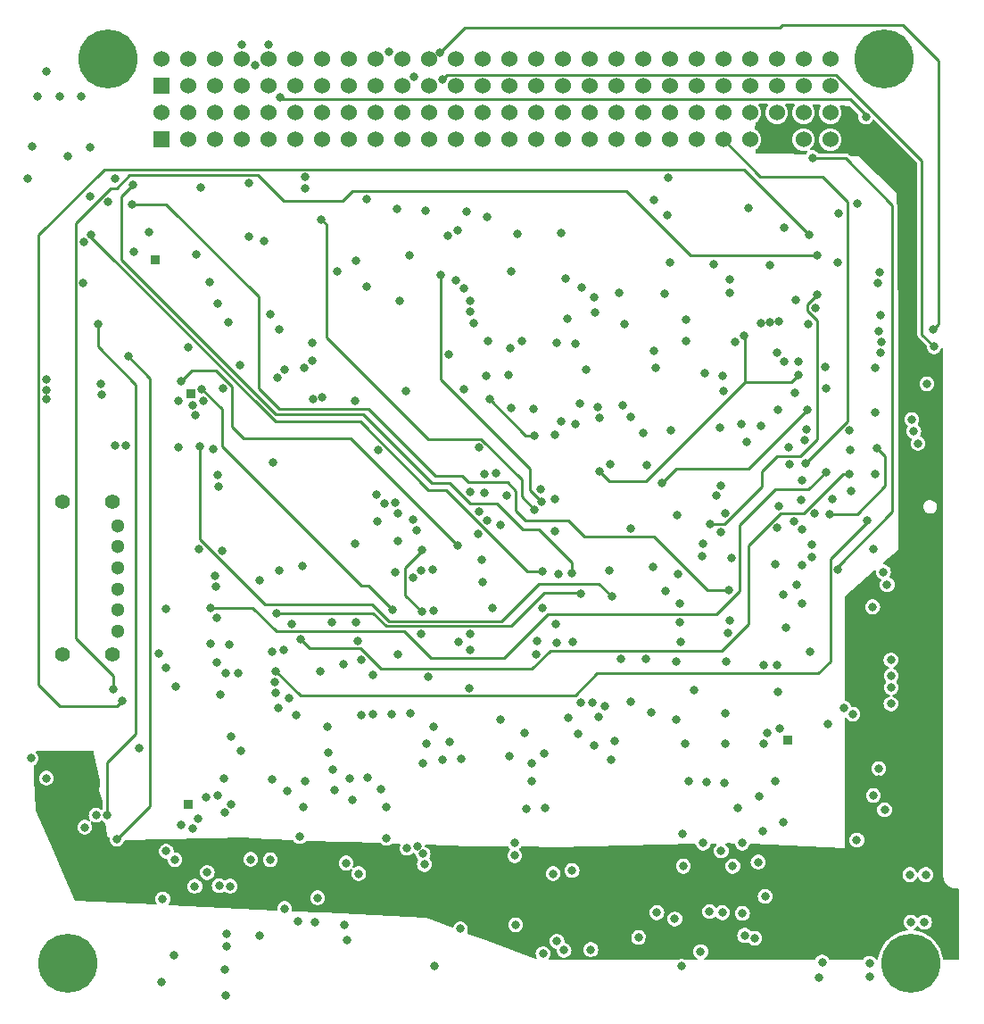
<source format=gbr>
%TF.GenerationSoftware,KiCad,Pcbnew,7.0.5*%
%TF.CreationDate,2024-04-25T22:20:35+03:00*%
%TF.ProjectId,obc-adcs-board,6f62632d-6164-4637-932d-626f6172642e,rev?*%
%TF.SameCoordinates,PX3e2df80PY83e4a60*%
%TF.FileFunction,Copper,L6,Inr*%
%TF.FilePolarity,Positive*%
%FSLAX46Y46*%
G04 Gerber Fmt 4.6, Leading zero omitted, Abs format (unit mm)*
G04 Created by KiCad (PCBNEW 7.0.5) date 2024-04-25 22:20:35*
%MOMM*%
%LPD*%
G01*
G04 APERTURE LIST*
%TA.AperFunction,ComponentPad*%
%ADD10C,5.600000*%
%TD*%
%TA.AperFunction,ComponentPad*%
%ADD11R,0.850000X0.850000*%
%TD*%
%TA.AperFunction,ComponentPad*%
%ADD12R,1.530000X1.530000*%
%TD*%
%TA.AperFunction,ComponentPad*%
%ADD13C,1.530000*%
%TD*%
%TA.AperFunction,ComponentPad*%
%ADD14C,1.300000*%
%TD*%
%TA.AperFunction,ComponentPad*%
%ADD15C,1.400000*%
%TD*%
%TA.AperFunction,ViaPad*%
%ADD16C,0.800000*%
%TD*%
%TA.AperFunction,Conductor*%
%ADD17C,0.250000*%
%TD*%
G04 APERTURE END LIST*
D10*
%TO.N,unconnected-(H4-Pad1)*%
%TO.C,H4*%
X82630000Y90930000D03*
%TD*%
%TO.N,unconnected-(H1-Pad1)*%
%TO.C,H1*%
X5180000Y5190000D03*
%TD*%
%TO.N,AC_GND_2*%
%TO.C,H3*%
X85170000Y5210000D03*
%TD*%
D11*
%TO.N,/OBC module/3V3_PROT*%
%TO.C,3V3_PROT*%
X16600000Y20225000D03*
%TD*%
D10*
%TO.N,AC_GND_1*%
%TO.C,H2*%
X8990000Y90930000D03*
%TD*%
D11*
%TO.N,/ADCS_VDD*%
%TO.C,J29*%
X16875000Y59250000D03*
%TD*%
D12*
%TO.N,CAN1-*%
%TO.C,J1*%
X14048000Y83309000D03*
D13*
%TO.N,unconnected-(J1-Pad02)*%
X14048000Y85849000D03*
%TO.N,CAN1+*%
X16588000Y83309000D03*
%TO.N,unconnected-(J1-Pad04)*%
X16588000Y85849000D03*
%TO.N,unconnected-(J1-Pad05)*%
X19128000Y83309000D03*
%TO.N,unconnected-(J1-Pad06)*%
X19128000Y85849000D03*
%TO.N,unconnected-(J1-Pad07)*%
X21668000Y83309000D03*
%TO.N,unconnected-(J1-Pad08)*%
X21668000Y85849000D03*
%TO.N,unconnected-(J1-Pad09)*%
X24208000Y83309000D03*
%TO.N,unconnected-(J1-Pad10)*%
X24208000Y85849000D03*
%TO.N,unconnected-(J1-Pad11)*%
X26748000Y83309000D03*
%TO.N,unconnected-(J1-Pad12)*%
X26748000Y85849000D03*
%TO.N,unconnected-(J1-Pad13)*%
X29288000Y83309000D03*
%TO.N,unconnected-(J1-Pad14)*%
X29288000Y85849000D03*
%TO.N,unconnected-(J1-Pad15)*%
X31828000Y83309000D03*
%TO.N,unconnected-(J1-Pad16)*%
X31828000Y85849000D03*
%TO.N,unconnected-(J1-Pad17)*%
X34368000Y83309000D03*
%TO.N,unconnected-(J1-Pad18)*%
X34368000Y85849000D03*
%TO.N,unconnected-(J1-Pad19)*%
X36908000Y83309000D03*
%TO.N,unconnected-(J1-Pad20)*%
X36908000Y85849000D03*
%TO.N,unconnected-(J1-Pad21)*%
X39448000Y83309000D03*
%TO.N,unconnected-(J1-Pad22)*%
X39448000Y85849000D03*
%TO.N,unconnected-(J1-Pad23)*%
X41988000Y83309000D03*
%TO.N,unconnected-(J1-Pad24)*%
X41988000Y85849000D03*
%TO.N,unconnected-(J1-Pad25)*%
X44528000Y83309000D03*
%TO.N,unconnected-(J1-Pad26)*%
X44528000Y85849000D03*
%TO.N,GND*%
X47068000Y83309000D03*
X47068000Y85849000D03*
%TO.N,unconnected-(J1-Pad29)*%
X49608000Y83309000D03*
%TO.N,unconnected-(J1-Pad30)*%
X49608000Y85849000D03*
%TO.N,GND*%
X52148000Y83309000D03*
X52148000Y85849000D03*
%TO.N,unconnected-(J1-Pad33)*%
X54688000Y83309000D03*
%TO.N,unconnected-(J1-Pad34)*%
X54688000Y85849000D03*
%TO.N,unconnected-(J1-Pad35)*%
X57228000Y83309000D03*
%TO.N,unconnected-(J1-Pad36)*%
X57228000Y85849000D03*
%TO.N,unconnected-(J1-Pad37)*%
X59768000Y83309000D03*
%TO.N,unconnected-(J1-Pad38)*%
X59768000Y85849000D03*
%TO.N,unconnected-(J1-Pad39)*%
X62308000Y83309000D03*
%TO.N,unconnected-(J1-Pad40)*%
X62308000Y85849000D03*
%TO.N,/I2C_MTQ_SDA*%
X64848000Y83309000D03*
%TO.N,unconnected-(J1-Pad42)*%
X64848000Y85849000D03*
%TO.N,/I2C_MTQ_SCK*%
X67388000Y83309000D03*
%TO.N,unconnected-(J1-Pad44)*%
X67388000Y85849000D03*
%TO.N,unconnected-(J1-Pad45)*%
X69928000Y83309000D03*
%TO.N,unconnected-(J1-Pad46)*%
X69928000Y85849000D03*
%TO.N,/EPS_5V_PANELS*%
X72468000Y83309000D03*
%TO.N,/EPS_3V3_OBC*%
X72468000Y85849000D03*
%TO.N,/EPS_5V_ADM*%
X75008000Y83309000D03*
%TO.N,/EPS_3V3_ADCS*%
X75008000Y85849000D03*
%TO.N,unconnected-(J1-Pad51)*%
X77548000Y83309000D03*
%TO.N,unconnected-(J1-Pad52)*%
X77548000Y85849000D03*
%TD*%
D11*
%TO.N,/ADCS_VDD*%
%TO.C,ADCS_VDD*%
X13450000Y71900000D03*
%TD*%
D12*
%TO.N,CAN2-*%
%TO.C,J5*%
X14048000Y88389000D03*
D13*
%TO.N,unconnected-(J5-Pad02)*%
X14048000Y90929000D03*
%TO.N,CAN2+*%
X16588000Y88389000D03*
%TO.N,unconnected-(J5-Pad04)*%
X16588000Y90929000D03*
%TO.N,unconnected-(J5-Pad05)*%
X19128000Y88389000D03*
%TO.N,unconnected-(J5-Pad06)*%
X19128000Y90929000D03*
%TO.N,/COMMS_SWD*%
X21668000Y88389000D03*
%TO.N,/COMMS_SWCLK*%
X21668000Y90929000D03*
%TO.N,/COMMS_RST*%
X24208000Y88389000D03*
%TO.N,/COMMS_3V3_REF*%
X24208000Y90929000D03*
%TO.N,unconnected-(J5-Pad11)*%
X26748000Y88389000D03*
%TO.N,unconnected-(J5-Pad12)*%
X26748000Y90929000D03*
%TO.N,unconnected-(J5-Pad13)*%
X29288000Y88389000D03*
%TO.N,unconnected-(J5-Pad14)*%
X29288000Y90929000D03*
%TO.N,unconnected-(J5-Pad15)*%
X31828000Y88389000D03*
%TO.N,unconnected-(J5-Pad16)*%
X31828000Y90929000D03*
%TO.N,/OBC_UART_TX*%
X34368000Y88389000D03*
%TO.N,/OBC_UART_RX*%
X34368000Y90929000D03*
%TO.N,/ADCS_UART_TX*%
X36908000Y88389000D03*
%TO.N,/ADCS_UART_RX*%
X36908000Y90929000D03*
%TO.N,/COMMS_TX*%
X39448000Y88389000D03*
%TO.N,/COMMS_RX*%
X39448000Y90929000D03*
%TO.N,unconnected-(J5-Pad23)*%
X41988000Y88389000D03*
%TO.N,unconnected-(J5-Pad24)*%
X41988000Y90929000D03*
%TO.N,unconnected-(J5-Pad25)*%
X44528000Y88389000D03*
%TO.N,unconnected-(J5-Pad26)*%
X44528000Y90929000D03*
%TO.N,unconnected-(J5-Pad27)*%
X47068000Y88389000D03*
%TO.N,unconnected-(J5-Pad28)*%
X47068000Y90929000D03*
%TO.N,GND*%
X49608000Y88389000D03*
X49608000Y90929000D03*
%TO.N,unconnected-(J5-Pad31)*%
X52148000Y88389000D03*
%TO.N,GND*%
X52148000Y90929000D03*
%TO.N,unconnected-(J5-Pad33)*%
X54688000Y88389000D03*
%TO.N,unconnected-(J5-Pad34)*%
X54688000Y90929000D03*
%TO.N,unconnected-(J5-Pad35)*%
X57228000Y88389000D03*
%TO.N,unconnected-(J5-Pad36)*%
X57228000Y90929000D03*
%TO.N,GNSS_PPS*%
X59768000Y88389000D03*
%TO.N,unconnected-(J5-Pad38)*%
X59768000Y90929000D03*
%TO.N,unconnected-(J5-Pad39)*%
X62308000Y88389000D03*
%TO.N,unconnected-(J5-Pad40)*%
X62308000Y90929000D03*
%TO.N,unconnected-(J5-Pad41)*%
X64848000Y88389000D03*
%TO.N,unconnected-(J5-Pad42)*%
X64848000Y90929000D03*
%TO.N,unconnected-(J5-Pad43)*%
X67388000Y88389000D03*
%TO.N,unconnected-(J5-Pad44)*%
X67388000Y90929000D03*
%TO.N,unconnected-(J5-Pad45)*%
X69928000Y88389000D03*
%TO.N,unconnected-(J5-Pad46)*%
X69928000Y90929000D03*
%TO.N,unconnected-(J5-Pad47)*%
X72468000Y88389000D03*
%TO.N,unconnected-(J5-Pad48)*%
X72468000Y90929000D03*
%TO.N,unconnected-(J5-Pad49)*%
X75008000Y88389000D03*
%TO.N,unconnected-(J5-Pad50)*%
X75008000Y90929000D03*
%TO.N,unconnected-(J5-Pad51)*%
X77548000Y88389000D03*
%TO.N,unconnected-(J5-Pad52)*%
X77548000Y90929000D03*
%TD*%
D14*
%TO.N,RS422_RX+*%
%TO.C,J12*%
X9940000Y36700000D03*
%TO.N,RS422_RX-*%
X9940000Y38700000D03*
%TO.N,GNSS_PPS*%
X9940000Y40700000D03*
%TO.N,RS422_TX-*%
X9940000Y42700000D03*
%TO.N,RS422_TX+*%
X9940000Y44700000D03*
%TO.N,GND*%
X9940000Y46700000D03*
D15*
%TO.N,unconnected-(J12-Pad7)*%
X9440000Y34450000D03*
%TO.N,unconnected-(J12-Pad8)*%
X9440000Y48950000D03*
%TO.N,unconnected-(J12-Pad9)*%
X4690000Y34450000D03*
%TO.N,unconnected-(J12-Pad10)*%
X4690000Y48950000D03*
%TD*%
D11*
%TO.N,/ADCS_VDD*%
%TO.C,ADCS_VDDIO*%
X73525000Y26350000D03*
%TD*%
D16*
%TO.N,/OBC module/3V3_LCLPROT_NAND*%
X19450000Y51500000D03*
X47298620Y57825500D03*
%TO.N,GND*%
X47600000Y16600000D03*
X33550000Y69400000D03*
X72463082Y63144775D03*
X43411765Y49939356D03*
X48300000Y64200000D03*
X71800000Y66025000D03*
X72600000Y30900000D03*
X11450000Y72650000D03*
X74100000Y47100000D03*
X55000000Y29900000D03*
X23400000Y41500000D03*
X72675000Y66050000D03*
X33550000Y77700000D03*
X67800000Y36500000D03*
X63825000Y66274500D03*
X83300000Y33950000D03*
X44450000Y43474500D03*
X67300000Y60900000D03*
X60825000Y63274500D03*
X30775201Y70850201D03*
X81600000Y44500000D03*
X76775000Y5300000D03*
X69420000Y7840000D03*
X49400000Y57800000D03*
X5200000Y81700000D03*
X43366241Y34898540D03*
X75130000Y54830000D03*
X79690000Y28820000D03*
X50254992Y38855008D03*
X75775500Y43700000D03*
X83300000Y29800000D03*
X68000000Y37700000D03*
X82150000Y23660000D03*
X59360000Y7640000D03*
X15350000Y15025000D03*
X38725000Y42475000D03*
X58599500Y56967278D03*
X58600000Y46400000D03*
X61000000Y61700000D03*
X67550000Y47900000D03*
X67687701Y33787701D03*
X77124702Y59700202D03*
X52275000Y6424500D03*
X6674102Y73623326D03*
X16625000Y63600000D03*
X76475000Y3800000D03*
X59825000Y55525000D03*
X47900000Y74400000D03*
X51390000Y49199989D03*
X35275000Y48825000D03*
X53900000Y29900000D03*
X47690000Y8840000D03*
X55610482Y56930966D03*
X42450000Y8460000D03*
X81800500Y51575000D03*
X48700000Y19826944D03*
X82125500Y65125000D03*
X44710000Y51560000D03*
X35625000Y91600000D03*
X44200000Y54100000D03*
X17250000Y12500000D03*
X47100000Y24800000D03*
X66100000Y10100000D03*
X69600000Y54649500D03*
X45449500Y38925500D03*
X41300000Y62950000D03*
X80070000Y16890000D03*
X36300000Y48850000D03*
X53400000Y56350000D03*
X73200000Y75000000D03*
X20113782Y19490461D03*
X62387701Y55712299D03*
X73600000Y54100000D03*
X53100000Y35700000D03*
X25250000Y65275000D03*
X54830000Y6490000D03*
X66500000Y71500000D03*
X39100000Y76600000D03*
X81575000Y39000000D03*
X49250000Y24174500D03*
X36490742Y45200000D03*
X19500000Y50400000D03*
X64600000Y31100000D03*
X82275000Y70725000D03*
X30250000Y37500000D03*
X1700000Y24625000D03*
X63901953Y64186763D03*
X67100000Y56000000D03*
X72500000Y33438030D03*
X49700000Y35800000D03*
X37600008Y72300000D03*
X3150000Y22750000D03*
X8425000Y59150000D03*
X69756632Y76845193D03*
X44230000Y48000000D03*
X38360903Y16264317D03*
X70950000Y65925000D03*
X8350000Y60100000D03*
X24600000Y22600000D03*
X74222701Y59300000D03*
X31700000Y7400000D03*
X65500000Y44950000D03*
X7875000Y19250000D03*
X18675500Y69800000D03*
X51500000Y37400000D03*
X37300000Y59500000D03*
X86600000Y13600000D03*
X63800000Y26000000D03*
X14525000Y15825000D03*
X20675000Y26675000D03*
X60700000Y42800000D03*
X71850000Y71375000D03*
X27500000Y20000000D03*
X20150000Y32700000D03*
X19300000Y33750000D03*
X1800000Y82700000D03*
X45000000Y47200000D03*
X67400000Y59500000D03*
X31600000Y14700000D03*
X15300000Y5950500D03*
X70360000Y7580000D03*
X85100000Y13600000D03*
X19550000Y12550000D03*
X43373809Y36404080D03*
X73200000Y62275000D03*
X74780505Y49114314D03*
X24700000Y52700000D03*
X79497175Y49973749D03*
X38068983Y89251723D03*
X38917870Y15565529D03*
X24852333Y31870397D03*
X55225000Y66875000D03*
X56670000Y52500998D03*
X51450000Y55350000D03*
X53350000Y63950000D03*
X52600000Y66300000D03*
X46263346Y28317380D03*
X66724115Y49545772D03*
X74550000Y62250000D03*
X17050000Y18000000D03*
X18276668Y20976266D03*
X73050000Y40200000D03*
X63050000Y47675500D03*
X20600000Y12500000D03*
X6800000Y18100000D03*
X73303571Y37000000D03*
X74850000Y46350000D03*
X51549067Y64030103D03*
X68200000Y43600000D03*
X65625000Y61175000D03*
X60598056Y29001944D03*
%TO.N,/ADCS_VDD*%
X7300000Y77900000D03*
X44710000Y49800000D03*
X68025000Y70075000D03*
X56175000Y29575000D03*
X52000000Y56550000D03*
X69150000Y56300000D03*
X75600000Y34780000D03*
X41275000Y74175000D03*
X68050000Y68800000D03*
X17300000Y57175000D03*
X75775500Y44900000D03*
X72725000Y27475000D03*
X17025000Y58100000D03*
X70950000Y56200000D03*
X73700000Y52555500D03*
X76047663Y47847663D03*
X74350000Y41100000D03*
X74847299Y39272701D03*
X23800000Y73700000D03*
X82350000Y66700000D03*
X44575000Y41325000D03*
X75433724Y65827573D03*
X53800000Y58300000D03*
X6649500Y69750000D03*
X71550000Y27000000D03*
X48528357Y27075471D03*
X61800000Y68699500D03*
X62298300Y71630500D03*
X42150000Y74675000D03*
X36400000Y76700000D03*
X72655809Y48537448D03*
%TO.N,/OBC module/3V3_LCLPROT_MRAM*%
X67600000Y26000000D03*
X67600000Y28900000D03*
X62950000Y33800000D03*
%TO.N,/ADCS module/Microcontroller/MCU_VDDCORE*%
X62900000Y28300000D03*
X71200000Y33500000D03*
X45803305Y51672096D03*
X46280000Y46754500D03*
X53650000Y26975500D03*
X55517915Y57926173D03*
X72500000Y46500000D03*
X43300000Y31300000D03*
%TO.N,/OBC module/3V3_PROT*%
X57825000Y58075000D03*
X47600000Y15400000D03*
X72300000Y43000000D03*
X21600000Y25373540D03*
X15674500Y58575000D03*
X67300000Y10000000D03*
X49600000Y34500000D03*
X63100000Y42100000D03*
X61100000Y10000000D03*
X25225000Y42425000D03*
X19700000Y30700000D03*
X20150000Y2150000D03*
X68496928Y64136036D03*
X19924951Y59699952D03*
X63300000Y39300000D03*
X51400000Y46200000D03*
X81850000Y61698370D03*
X28425000Y64025000D03*
X56600000Y42450000D03*
X36680000Y67990000D03*
X60800000Y77600000D03*
X24400000Y15000000D03*
X17550000Y18950000D03*
X46800000Y49599500D03*
X18025500Y58525000D03*
X14467936Y33193337D03*
X14200000Y11300000D03*
X67200000Y46050000D03*
X54400000Y61500000D03*
X20000000Y22700000D03*
X29325000Y58875000D03*
X18700000Y35500000D03*
X21537701Y61937701D03*
X20550000Y35430000D03*
X51975000Y74475000D03*
X45000000Y76000000D03*
X15900000Y18350000D03*
X24394500Y66775000D03*
X45100000Y64200000D03*
X49200000Y22500000D03*
X39852248Y42523153D03*
X43000000Y76500000D03*
X32500000Y71800000D03*
X60100000Y52400000D03*
X67150000Y50450000D03*
X62050000Y76150000D03*
X20250000Y7975000D03*
X63350000Y35650000D03*
X28499500Y58700000D03*
X32425000Y58525000D03*
X50375201Y25075500D03*
X62200498Y79711461D03*
X37375000Y16100000D03*
%TO.N,/OBC module/MCU_VDDCORE*%
X36275500Y42275000D03*
X51600000Y35600000D03*
X39025982Y14571891D03*
X32800000Y13700000D03*
X20700000Y20300000D03*
X50500000Y19900000D03*
X21350000Y32700000D03*
%TO.N,/OBC module/MEM_NAND_ENABLE_1*%
X27437701Y42837701D03*
X19000000Y54000000D03*
%TO.N,/OBC module/MEM_NAND_ENABLE_2*%
X15674500Y54150000D03*
X19850000Y44350000D03*
%TO.N,/OBC module/MEM_NAND_WR_PROTECT*%
X17601153Y44511153D03*
X26450000Y37400000D03*
%TO.N,/OBC module/MEM_D0*%
X38900000Y24150000D03*
X37700000Y28900000D03*
X63500000Y17500000D03*
%TO.N,/OBC module/MEM_D1*%
X65500000Y16600000D03*
X35900000Y28800000D03*
%TO.N,/OBC module/MEM_D2*%
X34100000Y28800000D03*
X67200000Y15850000D03*
%TO.N,/OBC module/MEM_D3*%
X33075000Y28700000D03*
X68300000Y14400000D03*
%TO.N,/OBC module/MEM_D4*%
X58600000Y30000000D03*
X38744503Y36424500D03*
%TO.N,/OBC module/MEM_D5*%
X38306559Y46268441D03*
X31375500Y33550000D03*
X32424500Y44950000D03*
X67500000Y22300000D03*
%TO.N,/OBC module/MEM_D6*%
X34524006Y47100500D03*
X37939742Y47250000D03*
X65831600Y22356199D03*
X32700000Y35800000D03*
%TO.N,/OBC module/MEM_D7*%
X64100000Y22500000D03*
X33009668Y33940332D03*
%TO.N,/OBC module/LCL_MRAM_SET*%
X61900000Y40500000D03*
X57100000Y26250000D03*
%TO.N,/OBC module/LCL_MRAM_RST*%
X63300000Y37500000D03*
X56740000Y24460000D03*
%TO.N,/OBC module/LCL_CAN_1_SET*%
X47004429Y60955706D03*
X38775000Y38549500D03*
X47250000Y70825000D03*
X38825500Y44424500D03*
%TO.N,/OBC module/LCL_CAN_1_RST*%
X42762299Y59637701D03*
X43700000Y65900000D03*
%TO.N,/OBC module/LCL_CAN1_OP-AMP_OUT*%
X58000000Y65800000D03*
X72550000Y57650000D03*
%TO.N,/OBC module/PAYLOAD_RX*%
X36490742Y47825000D03*
%TO.N,/OBC module/PAYLOAD_RX_ENABLE*%
X44169503Y45905497D03*
%TO.N,/OBC module/PAYLOAD_TX_ENABLE*%
X34612701Y53862701D03*
X25700000Y34925000D03*
%TO.N,/I2C_MTQ_SDA*%
X78274500Y42500000D03*
X75850000Y81600000D03*
X65400000Y43800000D03*
X37939742Y41750000D03*
%TO.N,/I2C_MTQ_SCK*%
X53900000Y40275500D03*
X24970104Y38375431D03*
X75198170Y52589129D03*
%TO.N,/OBC module/PAYLOAD_TX*%
X34439735Y49625303D03*
%TO.N,/ADCS_SWDIO*%
X79374278Y55774680D03*
X77725000Y49250000D03*
X14100000Y3400000D03*
%TO.N,/OBC_UART_TX*%
X79375000Y51625000D03*
X27280000Y35910000D03*
%TO.N,/OBC_UART_RX*%
X18699500Y38924500D03*
X77125000Y51800000D03*
%TO.N,/ADCS_UART_TX*%
X78275000Y71625000D03*
%TO.N,/ADCS_UART_RX*%
X82050000Y69725000D03*
%TO.N,/ADCS_SWCLK*%
X74900000Y42950000D03*
X79442368Y53869376D03*
X39970000Y4900000D03*
X85875000Y54500000D03*
%TO.N,/ADCS_RESET*%
X76300000Y68625000D03*
X17700000Y54250000D03*
X56800000Y40000000D03*
X66164025Y46839426D03*
%TO.N,/EPS_5V_PANELS*%
X60410000Y7510000D03*
X82170000Y22620000D03*
X7900000Y12500000D03*
X53740000Y6470000D03*
X6625000Y13575000D03*
%TO.N,/EPS_5V_ADM*%
X3124500Y60550000D03*
X3124500Y58700000D03*
X3124500Y59525000D03*
%TO.N,/OBC module/MCU_SWCLK*%
X26150000Y30375000D03*
X76300000Y72300000D03*
X9475000Y31175000D03*
%TO.N,/OBC module/MCU_SWDIO*%
X24600000Y34724500D03*
X13837701Y34612299D03*
X10342500Y30057500D03*
X75575000Y74275000D03*
%TO.N,/ADM_ENABLE_1*%
X61550000Y50770000D03*
X42200000Y44800000D03*
X75350000Y57650000D03*
X15900000Y60375000D03*
%TO.N,/ADM_ENABLE_2*%
X75300000Y55850000D03*
X17900000Y59675000D03*
X35962500Y38762500D03*
%TO.N,/OBC module/MCU_TRACECLK*%
X27200000Y17200000D03*
X23430000Y7820000D03*
%TO.N,/OBC module/MCU_TRACED_3*%
X26000000Y21500000D03*
X25750000Y10400000D03*
%TO.N,/OBC module/MCU_TRACED_2*%
X27700000Y22500000D03*
X26995000Y9135000D03*
%TO.N,/OBC module/MCU_TRACED_1*%
X28680000Y9130000D03*
X30500000Y21600000D03*
%TO.N,/OBC module/MCU_TRACED_0*%
X32200000Y20700000D03*
X31400000Y8800000D03*
%TO.N,/ADCS module/PAYLOAD_RX_ENABLE*%
X52389650Y70164650D03*
X50075000Y50150000D03*
%TO.N,/OBC module/MEM_MRAM_ENABLE*%
X62800000Y9400000D03*
X31900000Y22700000D03*
%TO.N,/OBC module/MEM_MRAM_WR_ENABLE*%
X33600000Y22800000D03*
X69210000Y9920000D03*
%TO.N,/ADCS module/I2C_SDA_SENS*%
X69375000Y64675500D03*
X74500000Y60950000D03*
X55620000Y51820000D03*
%TO.N,/ADCS module/PAYLOAD_TX_ENABLE*%
X53975000Y69300000D03*
X74850000Y51025000D03*
%TO.N,/ADCS module/PAYLOAD_TX*%
X55112701Y68387701D03*
X57530155Y68755155D03*
%TO.N,/OBC module/I2C_SDA_SENS*%
X19425000Y21100000D03*
X22550000Y15050000D03*
X18425201Y13799799D03*
%TO.N,/OBC module/LCL_PWM_CAN1*%
X44900000Y60900000D03*
X47200000Y63500000D03*
%TO.N,/OBC module/LCL_PWM_MRAM*%
X55150000Y25850000D03*
X60087299Y34087299D03*
%TO.N,/OBC module/LCL_PWM_NAND*%
X57700000Y34100000D03*
X55600000Y28600000D03*
%TO.N,/OBC module/MEM_A20*%
X32550000Y37550000D03*
X28900000Y11400000D03*
%TO.N,/OBC module/MEM_A5*%
X35450000Y17050000D03*
X69200000Y16600000D03*
%TO.N,/OBC module/MEM_A6*%
X35400000Y20000000D03*
X70700960Y14789040D03*
%TO.N,/OBC module/MEM_A7*%
X34900000Y21700000D03*
X71370000Y11540000D03*
%TO.N,/OBC module/MEM_A8*%
X40750000Y24500000D03*
X71100000Y17700000D03*
%TO.N,/OBC module/MEM_A9*%
X73100000Y18600000D03*
X42550000Y24600000D03*
%TO.N,/OBC module/MEM_A10*%
X71200000Y26000000D03*
X34100000Y32500000D03*
%TO.N,/OBC module/MEM_A11*%
X72300000Y22500000D03*
X39887877Y27669050D03*
%TO.N,/OBC module/MEM_A12*%
X39200000Y26050000D03*
X70800000Y21000000D03*
%TO.N,/OBC module/MEM_A13*%
X68800000Y19900000D03*
X41400000Y26150000D03*
%TO.N,/OBC module/MEM_MRAM_OUT_ENABLE*%
X63600000Y14400000D03*
X29800000Y27650000D03*
%TO.N,/OBC module/MEM_A17*%
X53040000Y13980000D03*
X30350000Y23550000D03*
%TO.N,/OBC module/MEM_A18*%
X29900000Y25200000D03*
X51250000Y13700000D03*
%TO.N,/OBC module/MEM_A19*%
X52720273Y28469773D03*
X36500000Y34524598D03*
%TO.N,GNSS_PPS*%
X3125000Y89775000D03*
X1375000Y79650000D03*
X51753412Y42069901D03*
X39937701Y38637299D03*
X14500250Y38800250D03*
%TO.N,/ADCS module/CAN_TX_1*%
X49499002Y48222894D03*
X29255000Y75745000D03*
%TO.N,/ADCS module/CAN_RX_1*%
X50138298Y48991208D03*
X40552129Y70475500D03*
%TO.N,/ADCS module/CAN_TX_2*%
X67900000Y40600000D03*
X11300000Y77175500D03*
%TO.N,/ADCS module/CAN_RX_2*%
X7423942Y74284193D03*
X50200000Y42350000D03*
%TO.N,/ADCS module/CAN_FAULT_2*%
X45225000Y58675000D03*
X49425500Y55270000D03*
%TO.N,/ADCS module/CAN_SILENT_2*%
X53000000Y42200000D03*
X11370000Y79060000D03*
%TO.N,/COMMS_RX*%
X40525000Y91550000D03*
X87275000Y65275000D03*
%TO.N,/COMMS_TX*%
X40725000Y89000500D03*
X87400000Y63675000D03*
%TO.N,/COMMS_3V3_REF*%
X85270577Y56764922D03*
X24225000Y92325500D03*
%TO.N,/COMMS_RST*%
X80925000Y85475000D03*
X85474750Y55650250D03*
X25350000Y87300000D03*
%TO.N,/COMMS_SWCLK*%
X81775000Y57425000D03*
X21675000Y92325500D03*
%TO.N,/COMMS_SWD*%
X22953582Y90374500D03*
X86725000Y60150000D03*
%TO.N,/OBC module/CAN_RX_2*%
X29160000Y32870000D03*
X12910498Y74524500D03*
%TO.N,/OBC module/CAN_FAULT_2*%
X19143501Y41943500D03*
X9700000Y79600000D03*
%TO.N,/OBC module/CAN_TX_1*%
X17400000Y72400000D03*
X39420000Y32380000D03*
%TO.N,/OBC module/CAN_RX_1*%
X42300000Y35700000D03*
X22400000Y74125000D03*
%TO.N,/OBC module/CAN_SILENT_1*%
X17824500Y78775000D03*
X19400000Y67800000D03*
%TO.N,/OBC module/CAN_FAULT_1*%
X22400000Y79200000D03*
X20400000Y66000000D03*
%TO.N,/OBC module/MCU_ERASE*%
X11937232Y25587232D03*
X24925000Y30873540D03*
%TO.N,/OBC module/CAN_TX_2*%
X9000000Y77400000D03*
X26900000Y28700000D03*
%TO.N,/OBC module/CAN_SILENT_2*%
X7300000Y82600000D03*
X19226484Y40947449D03*
%TO.N,CAN1-*%
X74300000Y68068921D03*
X82950000Y41100000D03*
X82385793Y64159986D03*
X27700000Y79750500D03*
%TO.N,CAN1+*%
X27700000Y78650500D03*
X82325500Y63147870D03*
X76109467Y67369421D03*
X82600000Y42300000D03*
%TO.N,CAN2-*%
X78306717Y76343283D03*
X83337163Y32450000D03*
%TO.N,CAN2+*%
X83337163Y31350000D03*
X80124500Y77225000D03*
%TO.N,/OBC module/NRST_OBC*%
X15450500Y31425000D03*
X81023056Y47148056D03*
X77049500Y61750000D03*
X24917931Y32917471D03*
%TO.N,AC_GND_1*%
X4425000Y87400000D03*
X2300000Y87400000D03*
X6450000Y87400000D03*
%TO.N,AC_GND_2*%
X85200000Y9100000D03*
X81275000Y5200000D03*
X86500000Y9100000D03*
X81275000Y3900000D03*
%TO.N,I2C_SDA_PANELS*%
X65250000Y6300000D03*
X10914167Y62751219D03*
X9850000Y16975000D03*
X78820000Y29410000D03*
X81650000Y21100000D03*
X51610000Y7280000D03*
X20225000Y6800000D03*
X25200000Y29400000D03*
%TO.N,I2C_SCK_PANELS*%
X8950000Y19225000D03*
X8025000Y65800000D03*
X82700000Y19740000D03*
X50290000Y6100000D03*
X20100000Y4625000D03*
X77340000Y27870000D03*
X63450000Y4900000D03*
X19299500Y37925000D03*
%TO.N,/ADCS module/MCU_ERASE*%
X81993737Y54035421D03*
X77475000Y47775000D03*
%TO.N,RS422_TX+*%
X25796347Y61470131D03*
X9675000Y54306843D03*
X43380572Y68045000D03*
%TO.N,RS422_TX-*%
X43380572Y66995000D03*
X25053883Y60727667D03*
X10725000Y54306843D03*
%TO.N,RS422_RX+*%
X28371232Y62371232D03*
X42028768Y69971232D03*
%TO.N,RS422_RX-*%
X27628768Y61628768D03*
X42771232Y69228768D03*
%TD*%
D17*
%TO.N,/ADM_ENABLE_2*%
X17925000Y59675000D02*
X19800000Y57800000D01*
X19800000Y57800000D02*
X19800000Y54200000D01*
X17900000Y59675000D02*
X17925000Y59675000D01*
X19800000Y54200000D02*
X33000000Y41000000D01*
X33000000Y41000000D02*
X33725000Y41000000D01*
X33725000Y41000000D02*
X35962500Y38762500D01*
%TO.N,/ADM_ENABLE_1*%
X32000000Y55000000D02*
X42200000Y44800000D01*
X20800000Y56100000D02*
X21900000Y55000000D01*
X21900000Y55000000D02*
X32000000Y55000000D01*
X20800000Y59850208D02*
X20800000Y56100000D01*
X19250208Y61400000D02*
X20800000Y59850208D01*
X16925000Y61400000D02*
X19250208Y61400000D01*
X15900000Y60375000D02*
X16925000Y61400000D01*
%TO.N,/OBC module/LCL_CAN_1_SET*%
X37214287Y40110213D02*
X37214287Y42739287D01*
X37214287Y42739287D02*
X38825500Y44350500D01*
X38825500Y44350500D02*
X38825500Y44424500D01*
X38775000Y38549500D02*
X37214287Y40110213D01*
%TO.N,/I2C_MTQ_SDA*%
X83460000Y48010000D02*
X78274500Y42824500D01*
X75850000Y81600000D02*
X78975000Y81600000D01*
X78975000Y81600000D02*
X83460000Y77115000D01*
X83460000Y77115000D02*
X83460000Y48010000D01*
X78274500Y42824500D02*
X78274500Y42500000D01*
%TO.N,/I2C_MTQ_SCK*%
X34174569Y38375431D02*
X24970104Y38375431D01*
X75198170Y52589129D02*
X75198170Y52623170D01*
X70872000Y79825000D02*
X67388000Y83309000D01*
X75198170Y52623170D02*
X79175000Y56600000D01*
X35375000Y37175000D02*
X34174569Y38375431D01*
X53900000Y40275500D02*
X53875500Y40300000D01*
X50430000Y40300000D02*
X47305000Y37175000D01*
X76775000Y79825000D02*
X70872000Y79825000D01*
X47305000Y37175000D02*
X35375000Y37175000D01*
X79175000Y56600000D02*
X79175000Y77425000D01*
X79175000Y77425000D02*
X76775000Y79825000D01*
X53875500Y40300000D02*
X50430000Y40300000D01*
%TO.N,/OBC_UART_TX*%
X39119695Y33105000D02*
X39114695Y33100000D01*
X28140000Y35050000D02*
X27280000Y35910000D01*
X74999695Y47825000D02*
X72799695Y47825000D01*
X50950305Y34825000D02*
X49225305Y33100000D01*
X49225305Y33100000D02*
X39725305Y33100000D01*
X34875305Y33100000D02*
X32925305Y35050000D01*
X39114695Y33100000D02*
X34875305Y33100000D01*
X69825000Y37375000D02*
X67275000Y34825000D01*
X69825000Y44850305D02*
X69825000Y37375000D01*
X72799695Y47825000D02*
X69825000Y44850305D01*
X32925305Y35050000D02*
X28140000Y35050000D01*
X79375000Y51625000D02*
X78799695Y51625000D01*
X78799695Y51625000D02*
X74999695Y47825000D01*
X67275000Y34825000D02*
X50950305Y34825000D01*
X39725305Y33100000D02*
X39720305Y33105000D01*
X39720305Y33105000D02*
X39119695Y33105000D01*
%TO.N,/OBC_UART_RX*%
X68925000Y46749695D02*
X68925000Y40475000D01*
X77125000Y51800000D02*
X75475000Y50150000D01*
X39650000Y34150000D02*
X37125000Y36675000D01*
X25000000Y36675000D02*
X22750500Y38924500D01*
X22750500Y38924500D02*
X18699500Y38924500D01*
X75475000Y50150000D02*
X72325305Y50150000D01*
X68925000Y40475000D02*
X66725000Y38275000D01*
X50700289Y38275000D02*
X46575289Y34150000D01*
X46575289Y34150000D02*
X39650000Y34150000D01*
X66725000Y38275000D02*
X50700289Y38275000D01*
X37125000Y36675000D02*
X25000000Y36675000D01*
X72325305Y50150000D02*
X68925000Y46749695D01*
%TO.N,/ADCS_RESET*%
X17725000Y54225000D02*
X17725000Y45425000D01*
X55600000Y41200000D02*
X56800000Y40000000D01*
X17725000Y45425000D02*
X23900000Y39250000D01*
X34025000Y39250000D02*
X35650000Y37625000D01*
X76325000Y54900000D02*
X74725000Y53300000D01*
X74725000Y53300000D02*
X72500000Y53300000D01*
X46335000Y37625000D02*
X49910000Y41200000D01*
X75384467Y67069116D02*
X76325000Y66128583D01*
X67514731Y46839426D02*
X66164025Y46839426D01*
X76325000Y66128583D02*
X76325000Y54900000D01*
X17700000Y54250000D02*
X17725000Y54225000D01*
X71050000Y50374695D02*
X67514731Y46839426D01*
X75384467Y67709467D02*
X75384467Y67069116D01*
X49910000Y41200000D02*
X55600000Y41200000D01*
X23900000Y39250000D02*
X34025000Y39250000D01*
X72500000Y53300000D02*
X71050000Y51850000D01*
X76300000Y68625000D02*
X75384467Y67709467D01*
X71050000Y51850000D02*
X71050000Y50374695D01*
X35650000Y37625000D02*
X46335000Y37625000D01*
%TO.N,/OBC module/MCU_SWCLK*%
X64300000Y72300000D02*
X76300000Y72300000D01*
X5925000Y35975000D02*
X5925000Y70375255D01*
X32225000Y78450000D02*
X58150000Y78450000D01*
X5925000Y70375255D02*
X5949602Y70399857D01*
X23225000Y79925000D02*
X25650000Y77500000D01*
X9825305Y78700000D02*
X11050305Y79925000D01*
X5949602Y71000467D02*
X5925000Y71025069D01*
X5925000Y71025069D02*
X5925000Y75350305D01*
X31275000Y77500000D02*
X32225000Y78450000D01*
X5949602Y70399857D02*
X5949602Y71000467D01*
X9475000Y31175000D02*
X9475000Y32425000D01*
X9475000Y32425000D02*
X5925000Y35975000D01*
X9274695Y78700000D02*
X9825305Y78700000D01*
X58150000Y78450000D02*
X64300000Y72300000D01*
X11050305Y79925000D02*
X23225000Y79925000D01*
X25650000Y77500000D02*
X31275000Y77500000D01*
X5925000Y75350305D02*
X9274695Y78700000D01*
%TO.N,/OBC module/MCU_SWDIO*%
X69374500Y80475500D02*
X75575000Y74275000D01*
X2400000Y74250000D02*
X8625500Y80475500D01*
X8625500Y80475500D02*
X69374500Y80475500D01*
X9835000Y29550000D02*
X4425000Y29550000D01*
X10342500Y30057500D02*
X9835000Y29550000D01*
X2400000Y31575000D02*
X2400000Y74250000D01*
X4425000Y29550000D02*
X2400000Y31575000D01*
%TO.N,/ADM_ENABLE_1*%
X75350000Y57650000D02*
X69810000Y52110000D01*
X66840000Y52110000D02*
X62890000Y52110000D01*
X69810000Y52110000D02*
X67650000Y52110000D01*
X62890000Y52110000D02*
X61550000Y50770000D01*
X67650000Y52110000D02*
X66840000Y52110000D01*
%TO.N,/ADCS module/I2C_SDA_SENS*%
X60040000Y50900000D02*
X69150000Y60010000D01*
X73825000Y60275000D02*
X74500000Y60950000D01*
X69415000Y60275000D02*
X73825000Y60275000D01*
X56540000Y50900000D02*
X60040000Y50900000D01*
X69425000Y60285000D02*
X69150000Y60010000D01*
X55620000Y51820000D02*
X56540000Y50900000D01*
X69150000Y60010000D02*
X69415000Y60275000D01*
X69375000Y64675500D02*
X69425000Y64625500D01*
X69425000Y64625500D02*
X69425000Y60285000D01*
%TO.N,/ADCS module/CAN_TX_1*%
X49499002Y48222894D02*
X48275000Y49446896D01*
X29730000Y75270000D02*
X29255000Y75745000D01*
X44425000Y54900000D02*
X39350000Y54900000D01*
X48275000Y49446896D02*
X48275000Y51050000D01*
X29730000Y64520000D02*
X29730000Y75270000D01*
X48275000Y51050000D02*
X44425000Y54900000D01*
X39350000Y54900000D02*
X29730000Y64520000D01*
%TO.N,/ADCS module/CAN_RX_1*%
X49025000Y50104506D02*
X49025000Y52075305D01*
X49025000Y52075305D02*
X40552129Y60548176D01*
X40552129Y60548176D02*
X40552129Y70475500D01*
X50138298Y48991208D02*
X49025000Y50104506D01*
%TO.N,/ADCS module/CAN_TX_2*%
X47700000Y50000000D02*
X47700000Y48150000D01*
X54230000Y45670000D02*
X60840000Y45670000D01*
X11300000Y77175500D02*
X14524500Y77175500D01*
X40100000Y51400000D02*
X42600000Y51400000D01*
X25250000Y57800000D02*
X33700000Y57800000D01*
X47700000Y48150000D02*
X48625000Y47225000D01*
X48625000Y47225000D02*
X52675000Y47225000D01*
X23300000Y68400000D02*
X23300000Y59750000D01*
X42600000Y51400000D02*
X43200000Y50800000D01*
X52675000Y47225000D02*
X54230000Y45670000D01*
X65910000Y40600000D02*
X67900000Y40600000D01*
X14524500Y77175500D02*
X23300000Y68400000D01*
X33700000Y57800000D02*
X40100000Y51400000D01*
X23300000Y59750000D02*
X25250000Y57800000D01*
X60840000Y45670000D02*
X65910000Y40600000D01*
X43200000Y50800000D02*
X46900000Y50800000D01*
X46900000Y50800000D02*
X47700000Y50000000D01*
%TO.N,/ADCS module/CAN_RX_2*%
X41125000Y50049695D02*
X48824695Y42350000D01*
X41125000Y50100000D02*
X41125000Y50049695D01*
X24925000Y56550000D02*
X32950000Y56550000D01*
X7423942Y74284193D02*
X7423942Y74051058D01*
X7423942Y74051058D02*
X24925000Y56550000D01*
X32950000Y56550000D02*
X39400000Y50100000D01*
X48824695Y42350000D02*
X50200000Y42350000D01*
X39400000Y50100000D02*
X41125000Y50100000D01*
%TO.N,/ADCS module/CAN_FAULT_2*%
X48630000Y55270000D02*
X49425500Y55270000D01*
X45225000Y58675000D02*
X48630000Y55270000D01*
%TO.N,/ADCS module/CAN_SILENT_2*%
X41390000Y50750000D02*
X43340000Y48800000D01*
X39700000Y50750000D02*
X41390000Y50750000D01*
X53000000Y43200000D02*
X53000000Y42200000D01*
X49900000Y46300000D02*
X53000000Y43200000D01*
X45894283Y48800000D02*
X48394283Y46300000D01*
X10300000Y77950000D02*
X10300000Y71900000D01*
X24950000Y57250000D02*
X33200000Y57250000D01*
X10300000Y71900000D02*
X24950000Y57250000D01*
X33200000Y57250000D02*
X39700000Y50750000D01*
X11370000Y79060000D02*
X11370000Y79020000D01*
X48394283Y46300000D02*
X49900000Y46300000D01*
X43340000Y48800000D02*
X45894283Y48800000D01*
X11370000Y79020000D02*
X10300000Y77950000D01*
%TO.N,/COMMS_RX*%
X87275000Y65275000D02*
X87825000Y65825000D01*
X84425000Y94150000D02*
X73002671Y94150000D01*
X72737671Y93885000D02*
X42860000Y93885000D01*
X87825000Y65825000D02*
X87825000Y90750000D01*
X42860000Y93885000D02*
X40525000Y91550000D01*
X73002671Y94150000D02*
X72737671Y93885000D01*
X87825000Y90750000D02*
X84425000Y94150000D01*
%TO.N,/COMMS_TX*%
X78082396Y89479000D02*
X86250000Y81311396D01*
X86250000Y81311396D02*
X86250000Y64825000D01*
X40725000Y89000500D02*
X41203500Y89479000D01*
X41203500Y89479000D02*
X78082396Y89479000D01*
X86250000Y64825000D02*
X87400000Y63675000D01*
%TO.N,/COMMS_RST*%
X80925000Y85600000D02*
X80925000Y85475000D01*
X25525000Y87125000D02*
X79400000Y87125000D01*
X25350000Y87300000D02*
X25525000Y87125000D01*
X80925000Y85575000D02*
X80925000Y85475000D01*
X79400000Y87125000D02*
X80925000Y85600000D01*
%TO.N,/OBC module/NRST_OBC*%
X24917931Y32917471D02*
X27260402Y30575000D01*
X27260402Y30575000D02*
X53325000Y30575000D01*
X81023056Y47023056D02*
X81023056Y47148056D01*
X53325000Y30575000D02*
X55425000Y32675000D01*
X77550000Y33825000D02*
X77550000Y43550000D01*
X55425000Y32675000D02*
X76400000Y32675000D01*
X76400000Y32675000D02*
X77550000Y33825000D01*
X77550000Y43550000D02*
X81023056Y47023056D01*
%TO.N,I2C_SDA_PANELS*%
X12975000Y20100000D02*
X9850000Y16975000D01*
X10914167Y62751219D02*
X12975000Y60690386D01*
X12975000Y60690386D02*
X12975000Y20100000D01*
%TO.N,I2C_SCK_PANELS*%
X8025000Y65800000D02*
X8025000Y63675000D01*
X11650000Y60050000D02*
X11650000Y26950000D01*
X11650000Y26950000D02*
X8950000Y24250000D01*
X8025000Y63675000D02*
X11650000Y60050000D01*
X8950000Y24250000D02*
X8950000Y19225000D01*
%TO.N,/ADCS module/MCU_ERASE*%
X82775000Y53254158D02*
X82775000Y50450000D01*
X82775000Y50450000D02*
X80100000Y47775000D01*
X80100000Y47775000D02*
X77475000Y47775000D01*
X81993737Y54035421D02*
X82775000Y53254158D01*
%TD*%
%TA.AperFunction,Conductor*%
%TO.N,/EPS_5V_PANELS*%
G36*
X71636484Y86680593D02*
G01*
X71672448Y86631093D01*
X71672448Y86569907D01*
X71654821Y86537695D01*
X71577782Y86443823D01*
X71577775Y86443813D01*
X71478846Y86258728D01*
X71478845Y86258726D01*
X71417916Y86057872D01*
X71417915Y86057869D01*
X71397345Y85849004D01*
X71397345Y85848997D01*
X71417915Y85640132D01*
X71417916Y85640129D01*
X71478845Y85439275D01*
X71478846Y85439273D01*
X71577775Y85254188D01*
X71577781Y85254179D01*
X71577783Y85254176D01*
X71587683Y85242113D01*
X71710928Y85091938D01*
X71710937Y85091929D01*
X71786602Y85029833D01*
X71873176Y84958783D01*
X71873180Y84958781D01*
X71873187Y84958776D01*
X72039030Y84870132D01*
X72058278Y84859844D01*
X72259126Y84798917D01*
X72259128Y84798917D01*
X72259131Y84798916D01*
X72467997Y84778345D01*
X72468000Y84778345D01*
X72468003Y84778345D01*
X72676868Y84798916D01*
X72676869Y84798917D01*
X72676874Y84798917D01*
X72877722Y84859844D01*
X72944084Y84895316D01*
X73062812Y84958776D01*
X73062818Y84958780D01*
X73062824Y84958783D01*
X73225067Y85091933D01*
X73358217Y85254176D01*
X73358221Y85254185D01*
X73358224Y85254188D01*
X73457153Y85439273D01*
X73457154Y85439275D01*
X73457156Y85439278D01*
X73518083Y85640126D01*
X73519911Y85658681D01*
X73538655Y85848997D01*
X73538655Y85849004D01*
X73518084Y86057869D01*
X73518083Y86057872D01*
X73518083Y86057874D01*
X73457156Y86258722D01*
X73442535Y86286076D01*
X73358224Y86443813D01*
X73358219Y86443820D01*
X73358217Y86443824D01*
X73301408Y86513045D01*
X73281179Y86537695D01*
X73258879Y86594672D01*
X73274328Y86653875D01*
X73321625Y86692690D01*
X73357707Y86699500D01*
X74118293Y86699500D01*
X74176484Y86680593D01*
X74212448Y86631093D01*
X74212448Y86569907D01*
X74194821Y86537695D01*
X74117782Y86443823D01*
X74117775Y86443813D01*
X74018846Y86258728D01*
X74018845Y86258726D01*
X73957916Y86057872D01*
X73957915Y86057869D01*
X73937345Y85849004D01*
X73937345Y85848997D01*
X73957915Y85640132D01*
X73957916Y85640129D01*
X74018845Y85439275D01*
X74018846Y85439273D01*
X74117775Y85254188D01*
X74117781Y85254179D01*
X74117783Y85254176D01*
X74127683Y85242113D01*
X74250928Y85091938D01*
X74250937Y85091929D01*
X74326602Y85029833D01*
X74413176Y84958783D01*
X74413180Y84958781D01*
X74413187Y84958776D01*
X74579030Y84870132D01*
X74598278Y84859844D01*
X74799126Y84798917D01*
X74799128Y84798917D01*
X74799131Y84798916D01*
X75007997Y84778345D01*
X75008000Y84778345D01*
X75008003Y84778345D01*
X75216868Y84798916D01*
X75216869Y84798917D01*
X75216874Y84798917D01*
X75417722Y84859844D01*
X75484084Y84895316D01*
X75602812Y84958776D01*
X75602818Y84958780D01*
X75602824Y84958783D01*
X75765067Y85091933D01*
X75898217Y85254176D01*
X75898221Y85254185D01*
X75898224Y85254188D01*
X75997153Y85439273D01*
X75997154Y85439275D01*
X75997156Y85439278D01*
X76058083Y85640126D01*
X76059911Y85658681D01*
X76078655Y85848997D01*
X76078655Y85849004D01*
X76058084Y86057869D01*
X76058083Y86057872D01*
X76058083Y86057874D01*
X75997156Y86258722D01*
X75982535Y86286076D01*
X75898224Y86443813D01*
X75898219Y86443820D01*
X75898217Y86443824D01*
X75871124Y86476837D01*
X75848825Y86533812D01*
X75864274Y86593015D01*
X75911571Y86631830D01*
X75951537Y86638564D01*
X76591582Y86613393D01*
X76648982Y86592214D01*
X76682973Y86541339D01*
X76680569Y86480201D01*
X76664219Y86451668D01*
X76657788Y86443833D01*
X76657779Y86443818D01*
X76558846Y86258728D01*
X76558845Y86258726D01*
X76497916Y86057872D01*
X76497915Y86057869D01*
X76477345Y85849004D01*
X76477345Y85848997D01*
X76497915Y85640132D01*
X76497916Y85640129D01*
X76558845Y85439275D01*
X76558846Y85439273D01*
X76657775Y85254188D01*
X76657781Y85254179D01*
X76657783Y85254176D01*
X76667683Y85242113D01*
X76790928Y85091938D01*
X76790937Y85091929D01*
X76866602Y85029833D01*
X76953176Y84958783D01*
X76953180Y84958781D01*
X76953187Y84958776D01*
X77119030Y84870132D01*
X77138278Y84859844D01*
X77339126Y84798917D01*
X77339128Y84798917D01*
X77339131Y84798916D01*
X77547997Y84778345D01*
X77548000Y84778345D01*
X77548003Y84778345D01*
X77756868Y84798916D01*
X77756869Y84798917D01*
X77756874Y84798917D01*
X77957722Y84859844D01*
X78024084Y84895316D01*
X78142812Y84958776D01*
X78142818Y84958780D01*
X78142824Y84958783D01*
X78305067Y85091933D01*
X78438217Y85254176D01*
X78438221Y85254185D01*
X78438224Y85254188D01*
X78537153Y85439273D01*
X78537154Y85439275D01*
X78537156Y85439278D01*
X78598083Y85640126D01*
X78599911Y85658681D01*
X78618655Y85848997D01*
X78618655Y85849004D01*
X78598084Y86057869D01*
X78598083Y86057872D01*
X78598083Y86057874D01*
X78537156Y86258722D01*
X78522535Y86286076D01*
X78466734Y86390473D01*
X78455978Y86450705D01*
X78482679Y86505757D01*
X78536640Y86534599D01*
X78557928Y86536065D01*
X79382419Y86503641D01*
X79439819Y86482462D01*
X79448530Y86474722D01*
X80210054Y85713198D01*
X80237831Y85658681D01*
X80238328Y85631261D01*
X80219355Y85475002D01*
X80219355Y85475000D01*
X80239860Y85306128D01*
X80300182Y85147070D01*
X80396817Y85007071D01*
X80524148Y84894266D01*
X80674775Y84815210D01*
X80839944Y84774500D01*
X80839947Y84774500D01*
X81010053Y84774500D01*
X81010056Y84774500D01*
X81175225Y84815210D01*
X81325852Y84894266D01*
X81453183Y85007071D01*
X81549818Y85147070D01*
X81567771Y85194410D01*
X81606083Y85242113D01*
X81665119Y85258187D01*
X81722328Y85236492D01*
X81730340Y85229308D01*
X85795505Y81164143D01*
X85823281Y81109628D01*
X85824500Y81094142D01*
X85824500Y64892393D01*
X85824500Y64757607D01*
X85832569Y64732775D01*
X85836195Y64717671D01*
X85840281Y64691874D01*
X85840281Y64691873D01*
X85852135Y64668609D01*
X85858079Y64654259D01*
X85866150Y64629421D01*
X85881497Y64608298D01*
X85889615Y64595050D01*
X85901470Y64571782D01*
X85901471Y64571780D01*
X85925445Y64547806D01*
X85925446Y64547806D01*
X86671519Y63801733D01*
X86699296Y63747216D01*
X86699793Y63719798D01*
X86694355Y63675005D01*
X86694355Y63675000D01*
X86714860Y63506128D01*
X86775182Y63347070D01*
X86863481Y63219148D01*
X86871816Y63207073D01*
X86871818Y63207070D01*
X86911325Y63172070D01*
X86999148Y63094266D01*
X87149775Y63015210D01*
X87314944Y62974500D01*
X87314947Y62974500D01*
X87485053Y62974500D01*
X87485056Y62974500D01*
X87650225Y63015210D01*
X87800852Y63094266D01*
X87928183Y63207071D01*
X88024818Y63347070D01*
X88077934Y63487128D01*
X88116246Y63534831D01*
X88175282Y63550905D01*
X88232492Y63529209D01*
X88266023Y63478030D01*
X88269500Y63452021D01*
X88269500Y13466580D01*
X88300289Y13272179D01*
X88361116Y13084975D01*
X88420753Y12967929D01*
X88450476Y12909595D01*
X88566172Y12750354D01*
X88705354Y12611172D01*
X88864595Y12495476D01*
X89039975Y12406116D01*
X89227174Y12345291D01*
X89227175Y12345291D01*
X89227178Y12345290D01*
X89421580Y12314500D01*
X89421583Y12314500D01*
X89454108Y12314500D01*
X89512211Y12314500D01*
X89527696Y12313281D01*
X89535308Y12312076D01*
X89581614Y12304742D01*
X89611067Y12295173D01*
X89652680Y12273969D01*
X89677737Y12255765D01*
X89710764Y12222738D01*
X89728970Y12197678D01*
X89750170Y12156070D01*
X89759741Y12126614D01*
X89768281Y12072699D01*
X89769500Y12057211D01*
X89769500Y5648566D01*
X89750593Y5590375D01*
X89701093Y5554411D01*
X89670614Y5549566D01*
X88341211Y5548041D01*
X88282998Y5566882D01*
X88246978Y5616340D01*
X88243496Y5630458D01*
X88216474Y5789500D01*
X88197527Y5901013D01*
X88101121Y6235644D01*
X87967855Y6557376D01*
X87967853Y6557381D01*
X87823114Y6819266D01*
X87799405Y6862164D01*
X87597888Y7146176D01*
X87365839Y7405839D01*
X87106176Y7637888D01*
X86822164Y7839405D01*
X86822159Y7839408D01*
X86517379Y8007854D01*
X86517380Y8007854D01*
X86195642Y8141122D01*
X85861011Y8237528D01*
X85547838Y8290738D01*
X85493636Y8319125D01*
X85466472Y8373950D01*
X85476721Y8434271D01*
X85518411Y8475998D01*
X85600852Y8519266D01*
X85728183Y8632071D01*
X85768524Y8690516D01*
X85817141Y8727666D01*
X85878309Y8729144D01*
X85928663Y8694387D01*
X85931475Y8690516D01*
X85971813Y8632076D01*
X85971816Y8632073D01*
X85971817Y8632071D01*
X86099148Y8519266D01*
X86249775Y8440210D01*
X86414944Y8399500D01*
X86414947Y8399500D01*
X86585053Y8399500D01*
X86585056Y8399500D01*
X86750225Y8440210D01*
X86900852Y8519266D01*
X87028183Y8632071D01*
X87124818Y8772070D01*
X87185140Y8931128D01*
X87205645Y9100000D01*
X87185140Y9268872D01*
X87124818Y9427930D01*
X87028183Y9567929D01*
X87000933Y9592070D01*
X86910632Y9672070D01*
X86900852Y9680734D01*
X86750225Y9759790D01*
X86750224Y9759791D01*
X86750223Y9759791D01*
X86585058Y9800500D01*
X86585056Y9800500D01*
X86414944Y9800500D01*
X86414941Y9800500D01*
X86249776Y9759791D01*
X86099146Y9680733D01*
X85971818Y9567931D01*
X85971816Y9567928D01*
X85931475Y9509484D01*
X85882858Y9472335D01*
X85821691Y9470857D01*
X85771336Y9505615D01*
X85768525Y9509484D01*
X85747116Y9540500D01*
X85728183Y9567929D01*
X85700933Y9592070D01*
X85610632Y9672070D01*
X85600852Y9680734D01*
X85450225Y9759790D01*
X85450224Y9759791D01*
X85450223Y9759791D01*
X85285058Y9800500D01*
X85285056Y9800500D01*
X85114944Y9800500D01*
X85114941Y9800500D01*
X84949776Y9759791D01*
X84799146Y9680733D01*
X84671818Y9567931D01*
X84671816Y9567928D01*
X84595890Y9457930D01*
X84575182Y9427930D01*
X84514860Y9268872D01*
X84494355Y9100000D01*
X84514860Y8931128D01*
X84575182Y8772070D01*
X84671814Y8632076D01*
X84671816Y8632073D01*
X84671818Y8632070D01*
X84799147Y8519266D01*
X84836254Y8499791D01*
X84868811Y8482704D01*
X84911550Y8438920D01*
X84920391Y8378377D01*
X84891957Y8324200D01*
X84837109Y8297083D01*
X84828362Y8296200D01*
X84822313Y8295860D01*
X84822296Y8295858D01*
X84478988Y8237528D01*
X84144357Y8141122D01*
X83822619Y8007854D01*
X83517840Y7839408D01*
X83390240Y7748871D01*
X83233824Y7637888D01*
X83156595Y7568872D01*
X82974168Y7405846D01*
X82974154Y7405832D01*
X82852966Y7270223D01*
X82742112Y7146176D01*
X82742109Y7146173D01*
X82742110Y7146173D01*
X82540592Y6862160D01*
X82372146Y6557381D01*
X82238878Y6235643D01*
X82142472Y5901012D01*
X82095267Y5623183D01*
X82066880Y5568981D01*
X82012055Y5541817D01*
X81997780Y5540766D01*
X81943074Y5540703D01*
X81884862Y5559543D01*
X81861485Y5583464D01*
X81850416Y5599500D01*
X81803183Y5667929D01*
X81675852Y5780734D01*
X81525225Y5859790D01*
X81525224Y5859791D01*
X81525223Y5859791D01*
X81360058Y5900500D01*
X81360056Y5900500D01*
X81189944Y5900500D01*
X81189941Y5900500D01*
X81024776Y5859791D01*
X80874146Y5780733D01*
X80746818Y5667931D01*
X80746814Y5667926D01*
X80687454Y5581930D01*
X80638837Y5544782D01*
X80606094Y5539170D01*
X77503278Y5535611D01*
X77445065Y5554452D01*
X77410597Y5599507D01*
X77399818Y5627930D01*
X77303183Y5767929D01*
X77175852Y5880734D01*
X77025225Y5959790D01*
X77025224Y5959791D01*
X77025223Y5959791D01*
X76860058Y6000500D01*
X76860056Y6000500D01*
X76689944Y6000500D01*
X76689941Y6000500D01*
X76524776Y5959791D01*
X76374146Y5880733D01*
X76246818Y5767931D01*
X76246816Y5767928D01*
X76150182Y5627930D01*
X76150180Y5627928D01*
X76138767Y5597833D01*
X76100453Y5550129D01*
X76046315Y5533940D01*
X65676854Y5522047D01*
X65618641Y5540888D01*
X65582621Y5590346D01*
X65582550Y5651532D01*
X65618457Y5701073D01*
X65630725Y5708703D01*
X65650852Y5719266D01*
X65778183Y5832071D01*
X65874818Y5972070D01*
X65935140Y6131128D01*
X65955645Y6300000D01*
X65935140Y6468872D01*
X65874818Y6627930D01*
X65778183Y6767929D01*
X65650852Y6880734D01*
X65500225Y6959790D01*
X65500224Y6959791D01*
X65500223Y6959791D01*
X65335058Y7000500D01*
X65335056Y7000500D01*
X65164944Y7000500D01*
X65164941Y7000500D01*
X64999776Y6959791D01*
X64849146Y6880733D01*
X64721818Y6767931D01*
X64721816Y6767928D01*
X64646540Y6658872D01*
X64625182Y6627930D01*
X64572873Y6489999D01*
X64564860Y6468871D01*
X64546921Y6321130D01*
X64544355Y6300000D01*
X64564860Y6131128D01*
X64625182Y5972070D01*
X64721817Y5832071D01*
X64849148Y5719266D01*
X64871128Y5707730D01*
X64913865Y5663949D01*
X64922707Y5603406D01*
X64894274Y5549228D01*
X64839426Y5522110D01*
X64825234Y5521071D01*
X63800753Y5519896D01*
X63754632Y5531235D01*
X63728820Y5544782D01*
X63700225Y5559790D01*
X63700222Y5559791D01*
X63535058Y5600500D01*
X63535056Y5600500D01*
X63364944Y5600500D01*
X63364941Y5600500D01*
X63199775Y5559791D01*
X63143830Y5530429D01*
X63097938Y5519090D01*
X50919298Y5505122D01*
X50861085Y5523963D01*
X50825065Y5573421D01*
X50824994Y5634607D01*
X50837705Y5660355D01*
X50914818Y5772070D01*
X50975140Y5931128D01*
X50995645Y6100000D01*
X50975140Y6268872D01*
X50914818Y6427930D01*
X50818183Y6567929D01*
X50690852Y6680734D01*
X50540225Y6759790D01*
X50540224Y6759791D01*
X50540223Y6759791D01*
X50375058Y6800500D01*
X50375056Y6800500D01*
X50204944Y6800500D01*
X50204941Y6800500D01*
X50039776Y6759791D01*
X49889146Y6680733D01*
X49761818Y6567931D01*
X49761816Y6567928D01*
X49665182Y6427930D01*
X49604860Y6268871D01*
X49588135Y6131128D01*
X49584355Y6100000D01*
X49604860Y5931128D01*
X49665182Y5772070D01*
X49693975Y5730357D01*
X49711471Y5671726D01*
X49691163Y5614009D01*
X49640809Y5579252D01*
X49579642Y5580730D01*
X49577434Y5581536D01*
X45093195Y7280000D01*
X50904355Y7280000D01*
X50924860Y7111128D01*
X50985182Y6952070D01*
X51081817Y6812071D01*
X51209148Y6699266D01*
X51338973Y6631128D01*
X51359777Y6620209D01*
X51429192Y6603101D01*
X51501180Y6585358D01*
X51553155Y6553075D01*
X51576228Y6496407D01*
X51575766Y6477302D01*
X51569771Y6427930D01*
X51569355Y6424500D01*
X51589860Y6255628D01*
X51650182Y6096570D01*
X51746817Y5956571D01*
X51874148Y5843766D01*
X52024775Y5764710D01*
X52189944Y5724000D01*
X52189947Y5724000D01*
X52360053Y5724000D01*
X52360056Y5724000D01*
X52525225Y5764710D01*
X52675852Y5843766D01*
X52803183Y5956571D01*
X52899818Y6096570D01*
X52960140Y6255628D01*
X52980645Y6424500D01*
X52972692Y6489999D01*
X54124355Y6489999D01*
X54131190Y6433710D01*
X54144860Y6321128D01*
X54205182Y6162070D01*
X54301817Y6022071D01*
X54429148Y5909266D01*
X54579775Y5830210D01*
X54744944Y5789500D01*
X54744947Y5789500D01*
X54915053Y5789500D01*
X54915056Y5789500D01*
X55080225Y5830210D01*
X55230852Y5909266D01*
X55358183Y6022071D01*
X55454818Y6162070D01*
X55515140Y6321128D01*
X55535645Y6490000D01*
X55515140Y6658872D01*
X55454818Y6817930D01*
X55358183Y6957929D01*
X55356082Y6959790D01*
X55230853Y7070733D01*
X55230852Y7070734D01*
X55080225Y7149790D01*
X55080224Y7149791D01*
X55080223Y7149791D01*
X54915058Y7190500D01*
X54915056Y7190500D01*
X54744944Y7190500D01*
X54744941Y7190500D01*
X54579776Y7149791D01*
X54429146Y7070733D01*
X54301818Y6957931D01*
X54301816Y6957928D01*
X54248533Y6880734D01*
X54205182Y6817930D01*
X54160180Y6699266D01*
X54144860Y6658871D01*
X54124355Y6490002D01*
X54124355Y6489999D01*
X52972692Y6489999D01*
X52960140Y6593372D01*
X52899818Y6752430D01*
X52803183Y6892429D01*
X52750049Y6939501D01*
X52704098Y6980210D01*
X52675852Y7005234D01*
X52525225Y7084290D01*
X52525224Y7084291D01*
X52525223Y7084291D01*
X52383819Y7119143D01*
X52331844Y7151426D01*
X52308771Y7208095D01*
X52309232Y7227193D01*
X52315645Y7280000D01*
X52295140Y7448872D01*
X52234818Y7607930D01*
X52212682Y7640000D01*
X58654355Y7640000D01*
X58674860Y7471128D01*
X58735182Y7312070D01*
X58826199Y7180210D01*
X58831816Y7172073D01*
X58831818Y7172070D01*
X58861050Y7146173D01*
X58959148Y7059266D01*
X59109775Y6980210D01*
X59274944Y6939500D01*
X59274947Y6939500D01*
X59445053Y6939500D01*
X59445056Y6939500D01*
X59610225Y6980210D01*
X59760852Y7059266D01*
X59888183Y7172071D01*
X59984818Y7312070D01*
X60045140Y7471128D01*
X60065645Y7640000D01*
X60045140Y7808872D01*
X60033335Y7840000D01*
X68714355Y7840000D01*
X68734860Y7671128D01*
X68795182Y7512070D01*
X68891817Y7372071D01*
X69019148Y7259266D01*
X69169775Y7180210D01*
X69334944Y7139500D01*
X69334947Y7139500D01*
X69505053Y7139500D01*
X69505056Y7139500D01*
X69670225Y7180210D01*
X69676653Y7183585D01*
X69736964Y7193889D01*
X69791814Y7166776D01*
X69804141Y7152166D01*
X69805781Y7149790D01*
X69831817Y7112071D01*
X69959148Y6999266D01*
X70109775Y6920210D01*
X70274944Y6879500D01*
X70274947Y6879500D01*
X70445053Y6879500D01*
X70445056Y6879500D01*
X70610225Y6920210D01*
X70760852Y6999266D01*
X70888183Y7112071D01*
X70984818Y7252070D01*
X71045140Y7411128D01*
X71065645Y7580000D01*
X71045140Y7748872D01*
X70984818Y7907930D01*
X70888183Y8047929D01*
X70820454Y8107931D01*
X70760853Y8160733D01*
X70760852Y8160734D01*
X70610225Y8239790D01*
X70610224Y8239791D01*
X70610223Y8239791D01*
X70445058Y8280500D01*
X70445056Y8280500D01*
X70274944Y8280500D01*
X70274941Y8280500D01*
X70109774Y8239790D01*
X70109769Y8239788D01*
X70103334Y8236411D01*
X70043022Y8226114D01*
X69988175Y8253235D01*
X69975857Y8267836D01*
X69948184Y8307928D01*
X69875783Y8372070D01*
X69820852Y8420734D01*
X69670225Y8499790D01*
X69670224Y8499791D01*
X69670223Y8499791D01*
X69505058Y8540500D01*
X69505056Y8540500D01*
X69334944Y8540500D01*
X69334941Y8540500D01*
X69169776Y8499791D01*
X69019146Y8420733D01*
X68891818Y8307931D01*
X68891816Y8307928D01*
X68814319Y8195654D01*
X68795182Y8167930D01*
X68734860Y8008872D01*
X68732820Y7992071D01*
X68716873Y7860734D01*
X68714355Y7840000D01*
X60033335Y7840000D01*
X59984818Y7967930D01*
X59888183Y8107929D01*
X59860933Y8132070D01*
X59760853Y8220733D01*
X59760852Y8220734D01*
X59610225Y8299790D01*
X59610224Y8299791D01*
X59610223Y8299791D01*
X59445058Y8340500D01*
X59445056Y8340500D01*
X59274944Y8340500D01*
X59274941Y8340500D01*
X59109776Y8299791D01*
X58959146Y8220733D01*
X58831818Y8107931D01*
X58831816Y8107928D01*
X58740062Y7975000D01*
X58735182Y7967930D01*
X58679081Y7820000D01*
X58674860Y7808871D01*
X58658135Y7671128D01*
X58654355Y7640000D01*
X52212682Y7640000D01*
X52138183Y7747929D01*
X52010852Y7860734D01*
X51860225Y7939790D01*
X51860224Y7939791D01*
X51860223Y7939791D01*
X51695058Y7980500D01*
X51695056Y7980500D01*
X51524944Y7980500D01*
X51524941Y7980500D01*
X51359776Y7939791D01*
X51209146Y7860733D01*
X51081818Y7747931D01*
X51081816Y7747928D01*
X51007320Y7640002D01*
X50985182Y7607930D01*
X50924860Y7448872D01*
X50904355Y7280000D01*
X45093195Y7280000D01*
X43138395Y8020406D01*
X43090674Y8058700D01*
X43074575Y8117729D01*
X43080892Y8148089D01*
X43135140Y8291128D01*
X43155645Y8460000D01*
X43154179Y8472070D01*
X43151994Y8490062D01*
X43135140Y8628872D01*
X43074818Y8787930D01*
X43038876Y8840000D01*
X46984355Y8840000D01*
X47004860Y8671128D01*
X47065182Y8512070D01*
X47161817Y8372071D01*
X47289148Y8259266D01*
X47439775Y8180210D01*
X47604944Y8139500D01*
X47604947Y8139500D01*
X47775053Y8139500D01*
X47775056Y8139500D01*
X47940225Y8180210D01*
X48090852Y8259266D01*
X48218183Y8372071D01*
X48314818Y8512070D01*
X48375140Y8671128D01*
X48395645Y8840000D01*
X48375140Y9008872D01*
X48314818Y9167930D01*
X48218183Y9307929D01*
X48182808Y9339268D01*
X48090853Y9420733D01*
X48090852Y9420734D01*
X47940225Y9499790D01*
X47940224Y9499791D01*
X47940223Y9499791D01*
X47775058Y9540500D01*
X47775056Y9540500D01*
X47604944Y9540500D01*
X47604941Y9540500D01*
X47439776Y9499791D01*
X47289146Y9420733D01*
X47161818Y9307931D01*
X47161816Y9307928D01*
X47134857Y9268871D01*
X47065182Y9167930D01*
X47039420Y9099999D01*
X47004860Y9008871D01*
X46995032Y8927928D01*
X46984355Y8840000D01*
X43038876Y8840000D01*
X42978183Y8927929D01*
X42973505Y8932073D01*
X42850853Y9040733D01*
X42850852Y9040734D01*
X42700225Y9119790D01*
X42700224Y9119791D01*
X42700223Y9119791D01*
X42535058Y9160500D01*
X42535056Y9160500D01*
X42364944Y9160500D01*
X42364941Y9160500D01*
X42199776Y9119791D01*
X42049146Y9040733D01*
X41921818Y8927931D01*
X41921816Y8927928D01*
X41825182Y8787931D01*
X41770695Y8644259D01*
X41732381Y8596554D01*
X41673345Y8580481D01*
X41643062Y8586783D01*
X39497343Y9399501D01*
X39100000Y9550000D01*
X39100001Y9550000D01*
X29446791Y10000000D01*
X60394355Y10000000D01*
X60414860Y9831128D01*
X60475182Y9672070D01*
X60565999Y9540500D01*
X60571816Y9532073D01*
X60571818Y9532070D01*
X60601680Y9505615D01*
X60699148Y9419266D01*
X60849775Y9340210D01*
X61014944Y9299500D01*
X61014947Y9299500D01*
X61185053Y9299500D01*
X61185056Y9299500D01*
X61350225Y9340210D01*
X61464142Y9399999D01*
X62094355Y9399999D01*
X62094416Y9399500D01*
X62114860Y9231128D01*
X62175182Y9072070D01*
X62271817Y8932071D01*
X62399148Y8819266D01*
X62549775Y8740210D01*
X62714944Y8699500D01*
X62714947Y8699500D01*
X62885053Y8699500D01*
X62885056Y8699500D01*
X63050225Y8740210D01*
X63200852Y8819266D01*
X63328183Y8932071D01*
X63424818Y9072070D01*
X63485140Y9231128D01*
X63505584Y9399500D01*
X63505645Y9399999D01*
X63505645Y9400002D01*
X63501994Y9430062D01*
X63485140Y9568872D01*
X63424818Y9727930D01*
X63328183Y9867929D01*
X63200852Y9980734D01*
X63050225Y10059790D01*
X63050224Y10059791D01*
X63050223Y10059791D01*
X62887087Y10100000D01*
X65394355Y10100000D01*
X65414860Y9931128D01*
X65475182Y9772070D01*
X65571817Y9632071D01*
X65699148Y9519266D01*
X65849775Y9440210D01*
X66014944Y9399500D01*
X66014947Y9399500D01*
X66185053Y9399500D01*
X66185056Y9399500D01*
X66350225Y9440210D01*
X66500852Y9519266D01*
X66500854Y9519269D01*
X66500856Y9519269D01*
X66590836Y9598984D01*
X66646930Y9623420D01*
X66706674Y9610217D01*
X66737959Y9581122D01*
X66759441Y9550000D01*
X66771816Y9532073D01*
X66771818Y9532070D01*
X66801680Y9505615D01*
X66899148Y9419266D01*
X67049775Y9340210D01*
X67214944Y9299500D01*
X67214947Y9299500D01*
X67385053Y9299500D01*
X67385056Y9299500D01*
X67550225Y9340210D01*
X67700852Y9419266D01*
X67828183Y9532071D01*
X67924818Y9672070D01*
X67985140Y9831128D01*
X67995931Y9920000D01*
X68504355Y9920000D01*
X68524860Y9751128D01*
X68585182Y9592070D01*
X68681817Y9452071D01*
X68809148Y9339266D01*
X68959775Y9260210D01*
X69124944Y9219500D01*
X69124947Y9219500D01*
X69295053Y9219500D01*
X69295056Y9219500D01*
X69460225Y9260210D01*
X69610852Y9339266D01*
X69738183Y9452071D01*
X69834818Y9592070D01*
X69895140Y9751128D01*
X69915645Y9920000D01*
X69895140Y10088872D01*
X69834818Y10247930D01*
X69738183Y10387929D01*
X69724556Y10400001D01*
X69610853Y10500733D01*
X69610852Y10500734D01*
X69460225Y10579790D01*
X69460224Y10579791D01*
X69460223Y10579791D01*
X69295058Y10620500D01*
X69295056Y10620500D01*
X69124944Y10620500D01*
X69124941Y10620500D01*
X68959776Y10579791D01*
X68809146Y10500733D01*
X68681818Y10387931D01*
X68681816Y10387929D01*
X68681817Y10387929D01*
X68585182Y10247930D01*
X68529081Y10100000D01*
X68524860Y10088871D01*
X68505821Y9932071D01*
X68504355Y9920000D01*
X67995931Y9920000D01*
X68005645Y10000000D01*
X67985140Y10168872D01*
X67924818Y10327930D01*
X67828183Y10467929D01*
X67790836Y10501015D01*
X67714241Y10568872D01*
X67700852Y10580734D01*
X67550225Y10659790D01*
X67550224Y10659791D01*
X67550223Y10659791D01*
X67385058Y10700500D01*
X67385056Y10700500D01*
X67214944Y10700500D01*
X67214941Y10700500D01*
X67049776Y10659791D01*
X66899146Y10580733D01*
X66809163Y10501015D01*
X66753069Y10476580D01*
X66693325Y10489783D01*
X66662041Y10518877D01*
X66628183Y10567929D01*
X66500852Y10680734D01*
X66350225Y10759790D01*
X66350224Y10759791D01*
X66350223Y10759791D01*
X66185058Y10800500D01*
X66185056Y10800500D01*
X66014944Y10800500D01*
X66014941Y10800500D01*
X65849776Y10759791D01*
X65699146Y10680733D01*
X65571818Y10567931D01*
X65571816Y10567928D01*
X65502791Y10467928D01*
X65475182Y10427930D01*
X65414860Y10268872D01*
X65412317Y10247930D01*
X65394416Y10100500D01*
X65394355Y10100000D01*
X62887087Y10100000D01*
X62885058Y10100500D01*
X62885056Y10100500D01*
X62714944Y10100500D01*
X62714941Y10100500D01*
X62549776Y10059791D01*
X62399146Y9980733D01*
X62271818Y9867931D01*
X62271816Y9867928D01*
X62183658Y9740210D01*
X62175182Y9727930D01*
X62114860Y9568872D01*
X62111415Y9540500D01*
X62094355Y9400002D01*
X62094355Y9399999D01*
X61464142Y9399999D01*
X61500852Y9419266D01*
X61628183Y9532071D01*
X61724818Y9672070D01*
X61785140Y9831128D01*
X61805645Y10000000D01*
X61785140Y10168872D01*
X61724818Y10327930D01*
X61628183Y10467929D01*
X61590836Y10501015D01*
X61514241Y10568872D01*
X61500852Y10580734D01*
X61350225Y10659790D01*
X61350224Y10659791D01*
X61350223Y10659791D01*
X61185058Y10700500D01*
X61185056Y10700500D01*
X61014944Y10700500D01*
X61014941Y10700500D01*
X60849776Y10659791D01*
X60699146Y10580733D01*
X60571818Y10467931D01*
X60571816Y10467928D01*
X60516596Y10387928D01*
X60475182Y10327930D01*
X60414860Y10168872D01*
X60394355Y10000000D01*
X29446791Y10000000D01*
X26530706Y10135938D01*
X26473459Y10157535D01*
X26439839Y10208656D01*
X26437038Y10246762D01*
X26455645Y10400000D01*
X26435140Y10568872D01*
X26374818Y10727930D01*
X26278183Y10867929D01*
X26150852Y10980734D01*
X26000225Y11059790D01*
X26000224Y11059791D01*
X26000223Y11059791D01*
X25835058Y11100500D01*
X25835056Y11100500D01*
X25664944Y11100500D01*
X25664941Y11100500D01*
X25499776Y11059791D01*
X25349146Y10980733D01*
X25221818Y10867931D01*
X25221816Y10867928D01*
X25143930Y10755091D01*
X25125182Y10727930D01*
X25064860Y10568872D01*
X25064745Y10567928D01*
X25044355Y10400002D01*
X25044355Y10399999D01*
X25054020Y10320398D01*
X25042265Y10260352D01*
X24997460Y10218684D01*
X24951132Y10209572D01*
X14808798Y10682373D01*
X14751551Y10703970D01*
X14717931Y10755091D01*
X14720780Y10816210D01*
X14731930Y10837500D01*
X14824818Y10972070D01*
X14885140Y11131128D01*
X14905645Y11300000D01*
X14893503Y11400000D01*
X28194355Y11400000D01*
X28214860Y11231128D01*
X28275182Y11072070D01*
X28371817Y10932071D01*
X28499148Y10819266D01*
X28649775Y10740210D01*
X28814944Y10699500D01*
X28814947Y10699500D01*
X28985053Y10699500D01*
X28985056Y10699500D01*
X29150225Y10740210D01*
X29300852Y10819266D01*
X29428183Y10932071D01*
X29524818Y11072070D01*
X29585140Y11231128D01*
X29605645Y11400000D01*
X29588646Y11540000D01*
X70664355Y11540000D01*
X70684860Y11371128D01*
X70745182Y11212070D01*
X70841817Y11072071D01*
X70969148Y10959266D01*
X71119775Y10880210D01*
X71284944Y10839500D01*
X71284947Y10839500D01*
X71455053Y10839500D01*
X71455056Y10839500D01*
X71620225Y10880210D01*
X71770852Y10959266D01*
X71898183Y11072071D01*
X71994818Y11212070D01*
X72055140Y11371128D01*
X72075645Y11540000D01*
X72055140Y11708872D01*
X71994818Y11867930D01*
X71898183Y12007929D01*
X71870933Y12032070D01*
X71813295Y12083133D01*
X71770852Y12120734D01*
X71620225Y12199790D01*
X71620224Y12199791D01*
X71620223Y12199791D01*
X71455058Y12240500D01*
X71455056Y12240500D01*
X71284944Y12240500D01*
X71284941Y12240500D01*
X71119776Y12199791D01*
X70969146Y12120733D01*
X70841818Y12007931D01*
X70841816Y12007928D01*
X70745182Y11867930D01*
X70684860Y11708871D01*
X70667861Y11568871D01*
X70664355Y11540000D01*
X29588646Y11540000D01*
X29585140Y11568872D01*
X29524818Y11727930D01*
X29428183Y11867929D01*
X29300852Y11980734D01*
X29150225Y12059790D01*
X29150224Y12059791D01*
X29150223Y12059791D01*
X28985058Y12100500D01*
X28985056Y12100500D01*
X28814944Y12100500D01*
X28814941Y12100500D01*
X28649776Y12059791D01*
X28499146Y11980733D01*
X28371818Y11867931D01*
X28371816Y11867928D01*
X28302791Y11767928D01*
X28275182Y11727930D01*
X28237258Y11627930D01*
X28214860Y11568871D01*
X28202718Y11468871D01*
X28194355Y11400000D01*
X14893503Y11400000D01*
X14885140Y11468872D01*
X14824818Y11627930D01*
X14728183Y11767929D01*
X14692545Y11799501D01*
X14600853Y11880733D01*
X14600852Y11880734D01*
X14450225Y11959790D01*
X14450224Y11959791D01*
X14450223Y11959791D01*
X14285058Y12000500D01*
X14285056Y12000500D01*
X14114944Y12000500D01*
X14114941Y12000500D01*
X13949776Y11959791D01*
X13799146Y11880733D01*
X13671818Y11767931D01*
X13671816Y11767928D01*
X13631052Y11708871D01*
X13575182Y11627930D01*
X13514860Y11468872D01*
X13494355Y11300000D01*
X13514860Y11131128D01*
X13571897Y10980733D01*
X13575182Y10972071D01*
X13575184Y10972066D01*
X13627278Y10896595D01*
X13644774Y10837965D01*
X13624466Y10780248D01*
X13574111Y10745491D01*
X13541193Y10741464D01*
X5911520Y11097133D01*
X5854273Y11118730D01*
X5825383Y11156455D01*
X5239535Y12500000D01*
X16544355Y12500000D01*
X16564860Y12331128D01*
X16625182Y12172070D01*
X16702684Y12059790D01*
X16721816Y12032073D01*
X16721818Y12032070D01*
X16749068Y12007929D01*
X16849148Y11919266D01*
X16999775Y11840210D01*
X17164944Y11799500D01*
X17164947Y11799500D01*
X17335053Y11799500D01*
X17335056Y11799500D01*
X17500225Y11840210D01*
X17650852Y11919266D01*
X17778183Y12032071D01*
X17874818Y12172070D01*
X17935140Y12331128D01*
X17955645Y12500000D01*
X17949574Y12550000D01*
X18844355Y12550000D01*
X18864860Y12381128D01*
X18925182Y12222070D01*
X19021817Y12082071D01*
X19149148Y11969266D01*
X19299775Y11890210D01*
X19464944Y11849500D01*
X19464947Y11849500D01*
X19635053Y11849500D01*
X19635056Y11849500D01*
X19800225Y11890210D01*
X19950852Y11969266D01*
X19981131Y11996092D01*
X20037222Y12020527D01*
X20096966Y12007325D01*
X20112428Y11996092D01*
X20182036Y11934426D01*
X20199148Y11919266D01*
X20349775Y11840210D01*
X20514944Y11799500D01*
X20514947Y11799500D01*
X20685053Y11799500D01*
X20685056Y11799500D01*
X20850225Y11840210D01*
X21000852Y11919266D01*
X21128183Y12032071D01*
X21224818Y12172070D01*
X21285140Y12331128D01*
X21305645Y12500000D01*
X21285140Y12668872D01*
X21224818Y12827930D01*
X21128183Y12967929D01*
X21092545Y12999501D01*
X21000853Y13080733D01*
X21000852Y13080734D01*
X20850225Y13159790D01*
X20850224Y13159791D01*
X20850223Y13159791D01*
X20685058Y13200500D01*
X20685056Y13200500D01*
X20514944Y13200500D01*
X20514941Y13200500D01*
X20349776Y13159791D01*
X20199149Y13080735D01*
X20199148Y13080734D01*
X20168867Y13053908D01*
X20112772Y13029474D01*
X20053028Y13042678D01*
X20037570Y13053909D01*
X19950853Y13130733D01*
X19950852Y13130734D01*
X19800225Y13209790D01*
X19800224Y13209791D01*
X19800223Y13209791D01*
X19635058Y13250500D01*
X19635056Y13250500D01*
X19464944Y13250500D01*
X19464941Y13250500D01*
X19299776Y13209791D01*
X19149146Y13130733D01*
X19021818Y13017931D01*
X19021816Y13017928D01*
X18968171Y12940210D01*
X18925182Y12877930D01*
X18864860Y12718872D01*
X18844355Y12550000D01*
X17949574Y12550000D01*
X17935140Y12668872D01*
X17874818Y12827930D01*
X17778183Y12967929D01*
X17742545Y12999501D01*
X17650853Y13080733D01*
X17650852Y13080734D01*
X17500225Y13159790D01*
X17500224Y13159791D01*
X17500223Y13159791D01*
X17335058Y13200500D01*
X17335056Y13200500D01*
X17164944Y13200500D01*
X17164941Y13200500D01*
X16999776Y13159791D01*
X16849146Y13080733D01*
X16721818Y12967931D01*
X16721816Y12967928D01*
X16660879Y12879646D01*
X16625182Y12827930D01*
X16564860Y12668872D01*
X16544355Y12500000D01*
X5239535Y12500000D01*
X4672763Y13799798D01*
X17719556Y13799798D01*
X17723311Y13768872D01*
X17740061Y13630927D01*
X17800383Y13471869D01*
X17869270Y13372070D01*
X17897017Y13331872D01*
X17897019Y13331869D01*
X17910179Y13320210D01*
X18024349Y13219065D01*
X18174976Y13140009D01*
X18340145Y13099299D01*
X18340148Y13099299D01*
X18510254Y13099299D01*
X18510257Y13099299D01*
X18675426Y13140009D01*
X18826053Y13219065D01*
X18953384Y13331870D01*
X19050019Y13471869D01*
X19110341Y13630927D01*
X19130846Y13799799D01*
X19129470Y13811128D01*
X19122153Y13871392D01*
X19110341Y13968671D01*
X19050019Y14127729D01*
X18953384Y14267728D01*
X18952764Y14268277D01*
X18826054Y14380532D01*
X18826053Y14380533D01*
X18675426Y14459589D01*
X18675425Y14459590D01*
X18675424Y14459590D01*
X18510259Y14500299D01*
X18510257Y14500299D01*
X18340145Y14500299D01*
X18340142Y14500299D01*
X18174977Y14459590D01*
X18024347Y14380532D01*
X17897019Y14267730D01*
X17897017Y14267727D01*
X17820006Y14156157D01*
X17800383Y14127729D01*
X17744358Y13980000D01*
X17740061Y13968670D01*
X17719556Y13799801D01*
X17719556Y13799798D01*
X4672763Y13799798D01*
X3789681Y15824999D01*
X13819355Y15824999D01*
X13820075Y15819072D01*
X13839860Y15656128D01*
X13900182Y15497070D01*
X13996816Y15357073D01*
X13996818Y15357070D01*
X14039260Y15319470D01*
X14124148Y15244266D01*
X14274775Y15165210D01*
X14439944Y15124500D01*
X14439947Y15124500D01*
X14545355Y15124500D01*
X14603546Y15105593D01*
X14639510Y15056093D01*
X14643495Y15030928D01*
X14643633Y15030944D01*
X14644093Y15027151D01*
X14644355Y15025500D01*
X14644355Y15024998D01*
X14647391Y14999999D01*
X14664860Y14856128D01*
X14725182Y14697070D01*
X14821817Y14557071D01*
X14949148Y14444266D01*
X15099775Y14365210D01*
X15264944Y14324500D01*
X15264947Y14324500D01*
X15435053Y14324500D01*
X15435056Y14324500D01*
X15600225Y14365210D01*
X15750852Y14444266D01*
X15878183Y14557071D01*
X15974818Y14697070D01*
X16035140Y14856128D01*
X16053819Y15009970D01*
X16055645Y15024999D01*
X16055645Y15025002D01*
X16052609Y15050000D01*
X21844355Y15050000D01*
X21864860Y14881128D01*
X21925182Y14722070D01*
X22021817Y14582071D01*
X22149148Y14469266D01*
X22299775Y14390210D01*
X22464944Y14349500D01*
X22464947Y14349500D01*
X22635053Y14349500D01*
X22635056Y14349500D01*
X22800225Y14390210D01*
X22950852Y14469266D01*
X23078183Y14582071D01*
X23174818Y14722070D01*
X23235140Y14881128D01*
X23249574Y15000000D01*
X23694355Y15000000D01*
X23714860Y14831128D01*
X23775182Y14672070D01*
X23871817Y14532071D01*
X23999148Y14419266D01*
X24149775Y14340210D01*
X24314944Y14299500D01*
X24314947Y14299500D01*
X24485053Y14299500D01*
X24485056Y14299500D01*
X24650225Y14340210D01*
X24800852Y14419266D01*
X24928183Y14532071D01*
X25024818Y14672070D01*
X25035410Y14699999D01*
X30894355Y14699999D01*
X30894416Y14699500D01*
X30914860Y14531128D01*
X30975182Y14372070D01*
X31071817Y14232071D01*
X31199148Y14119266D01*
X31349775Y14040210D01*
X31514944Y13999500D01*
X31514947Y13999500D01*
X31685053Y13999500D01*
X31685056Y13999500D01*
X31850225Y14040210D01*
X32000852Y14119266D01*
X32014910Y14131721D01*
X32071002Y14156157D01*
X32130747Y14142957D01*
X32171322Y14097160D01*
X32177229Y14036261D01*
X32173128Y14022515D01*
X32114860Y13868872D01*
X32094355Y13700002D01*
X32094355Y13699999D01*
X32094416Y13699500D01*
X32114860Y13531128D01*
X32175182Y13372070D01*
X32271816Y13232073D01*
X32271818Y13232070D01*
X32286498Y13219065D01*
X32399148Y13119266D01*
X32549775Y13040210D01*
X32714944Y12999500D01*
X32714947Y12999500D01*
X32885053Y12999500D01*
X32885056Y12999500D01*
X33050225Y13040210D01*
X33200852Y13119266D01*
X33328183Y13232071D01*
X33424818Y13372070D01*
X33485140Y13531128D01*
X33505584Y13699500D01*
X33505645Y13699999D01*
X50544355Y13699999D01*
X50544416Y13699500D01*
X50564860Y13531128D01*
X50625182Y13372070D01*
X50721816Y13232073D01*
X50721818Y13232070D01*
X50736498Y13219065D01*
X50849148Y13119266D01*
X50999775Y13040210D01*
X51164944Y12999500D01*
X51164947Y12999500D01*
X51335053Y12999500D01*
X51335056Y12999500D01*
X51500225Y13040210D01*
X51650852Y13119266D01*
X51778183Y13232071D01*
X51874818Y13372070D01*
X51935140Y13531128D01*
X51955584Y13699500D01*
X51955645Y13699999D01*
X51955645Y13700002D01*
X51951994Y13730062D01*
X51935140Y13868872D01*
X51892995Y13980000D01*
X52334355Y13980000D01*
X52354860Y13811128D01*
X52415182Y13652070D01*
X52498663Y13531128D01*
X52511816Y13512073D01*
X52511818Y13512070D01*
X52554260Y13474470D01*
X52639148Y13399266D01*
X52789775Y13320210D01*
X52954944Y13279500D01*
X52954947Y13279500D01*
X53125053Y13279500D01*
X53125056Y13279500D01*
X53290225Y13320210D01*
X53440852Y13399266D01*
X53568183Y13512071D01*
X53628876Y13600000D01*
X84394355Y13600000D01*
X84414860Y13431128D01*
X84475182Y13272070D01*
X84571817Y13132071D01*
X84699148Y13019266D01*
X84849775Y12940210D01*
X85014944Y12899500D01*
X85014947Y12899500D01*
X85185053Y12899500D01*
X85185056Y12899500D01*
X85350225Y12940210D01*
X85500852Y13019266D01*
X85628183Y13132071D01*
X85724818Y13272070D01*
X85757433Y13358073D01*
X85795746Y13405776D01*
X85854782Y13421850D01*
X85911992Y13400154D01*
X85942566Y13358073D01*
X85975182Y13272070D01*
X86071817Y13132071D01*
X86199148Y13019266D01*
X86349775Y12940210D01*
X86514944Y12899500D01*
X86514947Y12899500D01*
X86685053Y12899500D01*
X86685056Y12899500D01*
X86850225Y12940210D01*
X87000852Y13019266D01*
X87128183Y13132071D01*
X87224818Y13272070D01*
X87285140Y13431128D01*
X87305645Y13600000D01*
X87285140Y13768872D01*
X87224818Y13927930D01*
X87128183Y14067929D01*
X87000852Y14180734D01*
X86850225Y14259790D01*
X86850224Y14259791D01*
X86850223Y14259791D01*
X86685058Y14300500D01*
X86685056Y14300500D01*
X86514944Y14300500D01*
X86514941Y14300500D01*
X86349776Y14259791D01*
X86199146Y14180733D01*
X86071818Y14067931D01*
X86071816Y14067928D01*
X85975182Y13927932D01*
X85942567Y13841929D01*
X85904253Y13794225D01*
X85845217Y13778151D01*
X85788008Y13799847D01*
X85757433Y13841929D01*
X85747215Y13868871D01*
X85724818Y13927930D01*
X85721960Y13932070D01*
X85659530Y14022515D01*
X85628183Y14067929D01*
X85500852Y14180734D01*
X85350225Y14259790D01*
X85350224Y14259791D01*
X85350223Y14259791D01*
X85185058Y14300500D01*
X85185056Y14300500D01*
X85014944Y14300500D01*
X85014941Y14300500D01*
X84849776Y14259791D01*
X84699146Y14180733D01*
X84571818Y14067931D01*
X84571816Y14067928D01*
X84511123Y13979999D01*
X84475182Y13927930D01*
X84430886Y13811128D01*
X84414860Y13768871D01*
X84398111Y13630929D01*
X84394355Y13600000D01*
X53628876Y13600000D01*
X53664818Y13652070D01*
X53725140Y13811128D01*
X53745645Y13980000D01*
X53725140Y14148872D01*
X53664818Y14307930D01*
X53601266Y14400000D01*
X62894355Y14400000D01*
X62914860Y14231128D01*
X62975182Y14072070D01*
X63071816Y13932073D01*
X63071818Y13932070D01*
X63114260Y13894470D01*
X63199148Y13819266D01*
X63349775Y13740210D01*
X63514944Y13699500D01*
X63514947Y13699500D01*
X63685053Y13699500D01*
X63685056Y13699500D01*
X63850225Y13740210D01*
X64000852Y13819266D01*
X64128183Y13932071D01*
X64224818Y14072070D01*
X64285140Y14231128D01*
X64305645Y14400000D01*
X67594355Y14400000D01*
X67614860Y14231128D01*
X67675182Y14072070D01*
X67771816Y13932073D01*
X67771818Y13932070D01*
X67814260Y13894470D01*
X67899148Y13819266D01*
X68049775Y13740210D01*
X68214944Y13699500D01*
X68214947Y13699500D01*
X68385053Y13699500D01*
X68385056Y13699500D01*
X68550225Y13740210D01*
X68700852Y13819266D01*
X68828183Y13932071D01*
X68924818Y14072070D01*
X68985140Y14231128D01*
X69005645Y14400000D01*
X69005584Y14400500D01*
X68999825Y14447931D01*
X68985140Y14568872D01*
X68924818Y14727930D01*
X68882637Y14789040D01*
X69995315Y14789040D01*
X70015820Y14620168D01*
X70076142Y14461110D01*
X70172777Y14321111D01*
X70300108Y14208306D01*
X70450735Y14129250D01*
X70615904Y14088540D01*
X70615907Y14088540D01*
X70786013Y14088540D01*
X70786016Y14088540D01*
X70951185Y14129250D01*
X71101812Y14208306D01*
X71229143Y14321111D01*
X71325778Y14461110D01*
X71386100Y14620168D01*
X71406605Y14789040D01*
X71386100Y14957912D01*
X71325778Y15116970D01*
X71229143Y15256969D01*
X71101812Y15369774D01*
X70951185Y15448830D01*
X70951184Y15448831D01*
X70951183Y15448831D01*
X70786018Y15489540D01*
X70786016Y15489540D01*
X70615904Y15489540D01*
X70615901Y15489540D01*
X70450736Y15448831D01*
X70300106Y15369773D01*
X70172778Y15256971D01*
X70172776Y15256968D01*
X70111967Y15168871D01*
X70076142Y15116970D01*
X70015820Y14957912D01*
X69995315Y14789040D01*
X68882637Y14789040D01*
X68828183Y14867929D01*
X68813284Y14881128D01*
X68700853Y14980733D01*
X68700852Y14980734D01*
X68550225Y15059790D01*
X68550224Y15059791D01*
X68550223Y15059791D01*
X68385058Y15100500D01*
X68385056Y15100500D01*
X68214944Y15100500D01*
X68214941Y15100500D01*
X68049776Y15059791D01*
X67899146Y14980733D01*
X67771818Y14867931D01*
X67771816Y14867928D01*
X67738227Y14819266D01*
X67675182Y14727930D01*
X67619866Y14582070D01*
X67614860Y14568871D01*
X67594416Y14400500D01*
X67594355Y14400000D01*
X64305645Y14400000D01*
X64305584Y14400500D01*
X64299825Y14447931D01*
X64285140Y14568872D01*
X64224818Y14727930D01*
X64128183Y14867929D01*
X64113284Y14881128D01*
X64000853Y14980733D01*
X64000852Y14980734D01*
X63850225Y15059790D01*
X63850224Y15059791D01*
X63850223Y15059791D01*
X63685058Y15100500D01*
X63685056Y15100500D01*
X63514944Y15100500D01*
X63514941Y15100500D01*
X63349776Y15059791D01*
X63199146Y14980733D01*
X63071818Y14867931D01*
X63071816Y14867928D01*
X63038227Y14819266D01*
X62975182Y14727930D01*
X62919866Y14582070D01*
X62914860Y14568871D01*
X62894416Y14400500D01*
X62894355Y14400000D01*
X53601266Y14400000D01*
X53568183Y14447929D01*
X53555020Y14459590D01*
X53440853Y14560733D01*
X53440852Y14560734D01*
X53290225Y14639790D01*
X53290224Y14639791D01*
X53290223Y14639791D01*
X53125058Y14680500D01*
X53125056Y14680500D01*
X52954944Y14680500D01*
X52954941Y14680500D01*
X52789776Y14639791D01*
X52639146Y14560733D01*
X52511818Y14447931D01*
X52511816Y14447928D01*
X52424282Y14321113D01*
X52415182Y14307930D01*
X52354860Y14148872D01*
X52352293Y14127729D01*
X52345032Y14067928D01*
X52334355Y13980000D01*
X51892995Y13980000D01*
X51874818Y14027930D01*
X51778183Y14167929D01*
X51650852Y14280734D01*
X51500225Y14359790D01*
X51500224Y14359791D01*
X51500223Y14359791D01*
X51335058Y14400500D01*
X51335056Y14400500D01*
X51164944Y14400500D01*
X51164941Y14400500D01*
X50999776Y14359791D01*
X50849146Y14280733D01*
X50721818Y14167931D01*
X50721816Y14167928D01*
X50625182Y14027931D01*
X50625182Y14027930D01*
X50564860Y13868872D01*
X50558837Y13819268D01*
X50544355Y13700002D01*
X50544355Y13699999D01*
X33505645Y13699999D01*
X33505645Y13700002D01*
X33501994Y13730062D01*
X33485140Y13868872D01*
X33424818Y14027930D01*
X33328183Y14167929D01*
X33200852Y14280734D01*
X33050225Y14359790D01*
X33050224Y14359791D01*
X33050223Y14359791D01*
X32885058Y14400500D01*
X32885056Y14400500D01*
X32714944Y14400500D01*
X32714941Y14400500D01*
X32549776Y14359791D01*
X32399146Y14280733D01*
X32385086Y14268277D01*
X32328991Y14243843D01*
X32269247Y14257047D01*
X32228675Y14302846D01*
X32222771Y14363746D01*
X32226865Y14377471D01*
X32285140Y14531128D01*
X32305584Y14699500D01*
X32305645Y14699999D01*
X32305645Y14700002D01*
X32301994Y14730062D01*
X32285140Y14868872D01*
X32224818Y15027930D01*
X32128183Y15167929D01*
X32098900Y15193871D01*
X32000853Y15280733D01*
X32000852Y15280734D01*
X31850225Y15359790D01*
X31850224Y15359791D01*
X31850223Y15359791D01*
X31685058Y15400500D01*
X31685056Y15400500D01*
X31514944Y15400500D01*
X31514941Y15400500D01*
X31349776Y15359791D01*
X31199146Y15280733D01*
X31071818Y15167931D01*
X31071816Y15167928D01*
X30994622Y15056093D01*
X30975182Y15027930D01*
X30914860Y14868872D01*
X30914745Y14867928D01*
X30894355Y14700002D01*
X30894355Y14699999D01*
X25035410Y14699999D01*
X25085140Y14831128D01*
X25105645Y15000000D01*
X25085140Y15168872D01*
X25024818Y15327930D01*
X24928183Y15467929D01*
X24899961Y15492931D01*
X24800853Y15580733D01*
X24800852Y15580734D01*
X24650225Y15659790D01*
X24650224Y15659791D01*
X24650223Y15659791D01*
X24485058Y15700500D01*
X24485056Y15700500D01*
X24314944Y15700500D01*
X24314941Y15700500D01*
X24149776Y15659791D01*
X23999146Y15580733D01*
X23871818Y15467931D01*
X23871816Y15467928D01*
X23795298Y15357073D01*
X23775182Y15327930D01*
X23714860Y15168872D01*
X23714745Y15167928D01*
X23697391Y15025000D01*
X23694355Y15000000D01*
X23249574Y15000000D01*
X23255645Y15050000D01*
X23235140Y15218872D01*
X23174818Y15377930D01*
X23078183Y15517929D01*
X22950852Y15630734D01*
X22800225Y15709790D01*
X22800224Y15709791D01*
X22800223Y15709791D01*
X22635058Y15750500D01*
X22635056Y15750500D01*
X22464944Y15750500D01*
X22464941Y15750500D01*
X22299776Y15709791D01*
X22149146Y15630733D01*
X22021818Y15517931D01*
X22021816Y15517928D01*
X21974122Y15448831D01*
X21925182Y15377930D01*
X21874492Y15244268D01*
X21864860Y15218871D01*
X21850135Y15097598D01*
X21844355Y15050000D01*
X16052609Y15050000D01*
X16051028Y15063021D01*
X16035140Y15193872D01*
X15974818Y15352930D01*
X15878183Y15492929D01*
X15849961Y15517931D01*
X15750853Y15605733D01*
X15750852Y15605734D01*
X15600225Y15684790D01*
X15600224Y15684791D01*
X15600223Y15684791D01*
X15435058Y15725500D01*
X15435056Y15725500D01*
X15329645Y15725500D01*
X15271454Y15744407D01*
X15235490Y15793907D01*
X15231504Y15819072D01*
X15231367Y15819055D01*
X15230905Y15822854D01*
X15230645Y15824500D01*
X15230645Y15825002D01*
X15226994Y15855062D01*
X15210140Y15993872D01*
X15149818Y16152930D01*
X15053183Y16292929D01*
X15024961Y16317931D01*
X14925853Y16405733D01*
X14925852Y16405734D01*
X14775225Y16484790D01*
X14775224Y16484791D01*
X14775223Y16484791D01*
X14610058Y16525500D01*
X14610056Y16525500D01*
X14439944Y16525500D01*
X14439941Y16525500D01*
X14274776Y16484791D01*
X14124146Y16405733D01*
X13996818Y16292931D01*
X13996816Y16292928D01*
X13950149Y16225319D01*
X13900182Y16152930D01*
X13849492Y16019268D01*
X13839860Y15993871D01*
X13819355Y15825002D01*
X13819355Y15824999D01*
X3789681Y15824999D01*
X2107628Y19682506D01*
X2099422Y19719076D01*
X2007740Y22750000D01*
X2444355Y22750000D01*
X2464860Y22581128D01*
X2525182Y22422070D01*
X2621817Y22282071D01*
X2749148Y22169266D01*
X2899775Y22090210D01*
X3064944Y22049500D01*
X3064947Y22049500D01*
X3235053Y22049500D01*
X3235056Y22049500D01*
X3400225Y22090210D01*
X3550852Y22169266D01*
X3678183Y22282071D01*
X3774818Y22422070D01*
X3835140Y22581128D01*
X3855645Y22750000D01*
X3853353Y22768872D01*
X3843563Y22849500D01*
X3835140Y22918872D01*
X3774818Y23077930D01*
X3678183Y23217929D01*
X3621744Y23267929D01*
X3550853Y23330733D01*
X3550852Y23330734D01*
X3400225Y23409790D01*
X3400224Y23409791D01*
X3400223Y23409791D01*
X3235058Y23450500D01*
X3235056Y23450500D01*
X3064944Y23450500D01*
X3064941Y23450500D01*
X2899776Y23409791D01*
X2749146Y23330733D01*
X2621818Y23217931D01*
X2621816Y23217928D01*
X2596143Y23180734D01*
X2525182Y23077930D01*
X2468296Y22927930D01*
X2464860Y22918871D01*
X2446647Y22768872D01*
X2444355Y22750000D01*
X2007740Y22750000D01*
X1972528Y23914059D01*
X1989667Y23972788D01*
X2025468Y24004702D01*
X2100852Y24044266D01*
X2228183Y24157071D01*
X2324818Y24297070D01*
X2385140Y24456128D01*
X2405645Y24625000D01*
X2385140Y24793872D01*
X2324818Y24952930D01*
X2228183Y25092929D01*
X2167264Y25146898D01*
X2136246Y25199637D01*
X2142151Y25260537D01*
X2182725Y25306335D01*
X2232914Y25320000D01*
X5429972Y25320000D01*
X5430000Y25320000D01*
X7512539Y25384282D01*
X7571283Y25367179D01*
X7608757Y25318812D01*
X7611985Y25307893D01*
X7662296Y25092928D01*
X8250234Y22580828D01*
X8252664Y22552382D01*
X8229852Y22169268D01*
X8190000Y21500000D01*
X8459058Y20632070D01*
X8497355Y20508533D01*
X8501075Y20491132D01*
X8524140Y20300843D01*
X8524500Y20294881D01*
X8524500Y19830421D01*
X8505593Y19772230D01*
X8456093Y19736266D01*
X8394907Y19736266D01*
X8359851Y19756318D01*
X8275853Y19830733D01*
X8275852Y19830734D01*
X8125225Y19909790D01*
X8125224Y19909791D01*
X8125223Y19909791D01*
X7960058Y19950500D01*
X7960056Y19950500D01*
X7789944Y19950500D01*
X7789941Y19950500D01*
X7624776Y19909791D01*
X7474146Y19830733D01*
X7346818Y19717931D01*
X7346816Y19717928D01*
X7268561Y19604557D01*
X7250182Y19577930D01*
X7189860Y19418872D01*
X7189034Y19412071D01*
X7177766Y19319266D01*
X7169355Y19250000D01*
X7189860Y19081128D01*
X7250182Y18922070D01*
X7311249Y18833599D01*
X7328745Y18774971D01*
X7308438Y18717253D01*
X7258083Y18682496D01*
X7196916Y18683974D01*
X7183766Y18689702D01*
X7050223Y18759791D01*
X6885058Y18800500D01*
X6885056Y18800500D01*
X6714944Y18800500D01*
X6714941Y18800500D01*
X6549776Y18759791D01*
X6399146Y18680733D01*
X6271818Y18567931D01*
X6271816Y18567928D01*
X6237955Y18518872D01*
X6175182Y18427930D01*
X6114860Y18268872D01*
X6094355Y18100000D01*
X6114860Y17931128D01*
X6175182Y17772070D01*
X6271817Y17632071D01*
X6399148Y17519266D01*
X6549775Y17440210D01*
X6714944Y17399500D01*
X6714947Y17399500D01*
X6885053Y17399500D01*
X6885056Y17399500D01*
X7050225Y17440210D01*
X7200852Y17519266D01*
X7328183Y17632071D01*
X7424818Y17772070D01*
X7485140Y17931128D01*
X7505645Y18100000D01*
X7485140Y18268872D01*
X7424818Y18427930D01*
X7363749Y18516403D01*
X7346254Y18575030D01*
X7366561Y18632747D01*
X7416915Y18667505D01*
X7478083Y18666027D01*
X7491233Y18660299D01*
X7624775Y18590210D01*
X7789944Y18549500D01*
X7789947Y18549500D01*
X7960053Y18549500D01*
X7960056Y18549500D01*
X8125225Y18590210D01*
X8275852Y18669266D01*
X8332741Y18719666D01*
X8388834Y18744101D01*
X8448578Y18730898D01*
X8464039Y18719665D01*
X8549143Y18644269D01*
X8549146Y18644267D01*
X8549148Y18644266D01*
X8690861Y18569888D01*
X8733598Y18526106D01*
X8743133Y18494143D01*
X8875818Y17399501D01*
X8900000Y17200000D01*
X9077522Y17159034D01*
X9129970Y17127526D01*
X9153882Y17071207D01*
X9153538Y17050637D01*
X9144355Y16975003D01*
X9144355Y16975000D01*
X9164860Y16806128D01*
X9225182Y16647070D01*
X9319948Y16509779D01*
X9321816Y16507073D01*
X9321818Y16507070D01*
X9330362Y16499501D01*
X9449148Y16394266D01*
X9599775Y16315210D01*
X9764944Y16274500D01*
X9764947Y16274500D01*
X9935053Y16274500D01*
X9935056Y16274500D01*
X10100225Y16315210D01*
X10250852Y16394266D01*
X10378183Y16507071D01*
X10474818Y16647070D01*
X10535140Y16806128D01*
X10536838Y16820114D01*
X10562617Y16875597D01*
X10616090Y16905335D01*
X10633467Y16907165D01*
X22298243Y17099971D01*
X22301746Y17099905D01*
X22561138Y17085808D01*
X26529846Y16870118D01*
X26586920Y16848082D01*
X26605943Y16827505D01*
X26671817Y16732071D01*
X26799148Y16619266D01*
X26949775Y16540210D01*
X27114944Y16499500D01*
X27114947Y16499500D01*
X27285053Y16499500D01*
X27285056Y16499500D01*
X27450225Y16540210D01*
X27600852Y16619266D01*
X27728183Y16732071D01*
X27758768Y16776382D01*
X27807381Y16813529D01*
X27843474Y16819088D01*
X34880156Y16588535D01*
X34937696Y16567732D01*
X34942563Y16563691D01*
X35006475Y16507071D01*
X35049148Y16469266D01*
X35199775Y16390210D01*
X35364944Y16349500D01*
X35364947Y16349500D01*
X35535053Y16349500D01*
X35535056Y16349500D01*
X35700225Y16390210D01*
X35850852Y16469266D01*
X35916560Y16527479D01*
X35972651Y16551913D01*
X35985429Y16552322D01*
X36648949Y16530582D01*
X36706488Y16509779D01*
X36740812Y16459128D01*
X36738808Y16397975D01*
X36738273Y16396530D01*
X36689860Y16268872D01*
X36673250Y16132074D01*
X36669355Y16100000D01*
X36689860Y15931128D01*
X36750182Y15772070D01*
X36846817Y15632071D01*
X36974148Y15519266D01*
X37124775Y15440210D01*
X37289944Y15399500D01*
X37289947Y15399500D01*
X37460053Y15399500D01*
X37460056Y15399500D01*
X37625225Y15440210D01*
X37775852Y15519266D01*
X37903183Y15632071D01*
X37903183Y15632072D01*
X37907665Y15636042D01*
X37909148Y15634368D01*
X37953664Y15660565D01*
X38014565Y15654676D01*
X38021042Y15651573D01*
X38110678Y15604527D01*
X38144128Y15596283D01*
X38196102Y15564000D01*
X38218713Y15512094D01*
X38221040Y15492931D01*
X38232730Y15396657D01*
X38293052Y15237599D01*
X38389686Y15097602D01*
X38389689Y15097598D01*
X38415874Y15074400D01*
X38446892Y15021660D01*
X38440986Y14960760D01*
X38431700Y14944060D01*
X38401163Y14899821D01*
X38340842Y14740762D01*
X38320337Y14571893D01*
X38320337Y14571890D01*
X38320704Y14568871D01*
X38340842Y14403019D01*
X38401164Y14243961D01*
X38497799Y14103962D01*
X38625130Y13991157D01*
X38775757Y13912101D01*
X38940926Y13871391D01*
X38940929Y13871391D01*
X39111035Y13871391D01*
X39111038Y13871391D01*
X39276207Y13912101D01*
X39426834Y13991157D01*
X39554165Y14103962D01*
X39650800Y14243961D01*
X39711122Y14403019D01*
X39731260Y14568871D01*
X39731627Y14571890D01*
X39731627Y14571893D01*
X39723382Y14639791D01*
X39711122Y14740763D01*
X39650800Y14899821D01*
X39554165Y15039820D01*
X39554162Y15039823D01*
X39527977Y15063021D01*
X39496959Y15115761D01*
X39502865Y15176661D01*
X39512153Y15193363D01*
X39512505Y15193872D01*
X39542688Y15237599D01*
X39603010Y15396657D01*
X39623515Y15565529D01*
X39603010Y15734401D01*
X39542688Y15893459D01*
X39446053Y16033458D01*
X39318722Y16146263D01*
X39168095Y16225319D01*
X39168094Y16225320D01*
X39168093Y16225320D01*
X39134645Y16233564D01*
X39082670Y16265848D01*
X39060059Y16317755D01*
X39057667Y16337457D01*
X39069423Y16397502D01*
X39114227Y16439170D01*
X39159183Y16448336D01*
X43263524Y16313859D01*
X43263525Y16313859D01*
X43263585Y16313857D01*
X46926418Y16269189D01*
X46984369Y16249574D01*
X47006681Y16226436D01*
X47068143Y16137393D01*
X47071816Y16132073D01*
X47071818Y16132070D01*
X47137250Y16074103D01*
X47168269Y16021363D01*
X47162364Y15960463D01*
X47137250Y15925897D01*
X47071818Y15867931D01*
X47071816Y15867928D01*
X47005650Y15772070D01*
X46975182Y15727930D01*
X46914860Y15568872D01*
X46909177Y15522071D01*
X46894355Y15400002D01*
X46894355Y15399999D01*
X46894416Y15399500D01*
X46914860Y15231128D01*
X46975182Y15072070D01*
X47071817Y14932071D01*
X47199148Y14819266D01*
X47349775Y14740210D01*
X47514944Y14699500D01*
X47514947Y14699500D01*
X47685053Y14699500D01*
X47685056Y14699500D01*
X47850225Y14740210D01*
X48000852Y14819266D01*
X48128183Y14932071D01*
X48224818Y15072070D01*
X48285140Y15231128D01*
X48305584Y15399500D01*
X48305645Y15399999D01*
X48305645Y15400002D01*
X48301994Y15430062D01*
X48285140Y15568872D01*
X48224818Y15727930D01*
X48128183Y15867929D01*
X48062749Y15925898D01*
X48031731Y15978637D01*
X48037636Y16039537D01*
X48062750Y16074103D01*
X48128183Y16132071D01*
X48182052Y16210114D01*
X48230666Y16247262D01*
X48264729Y16252868D01*
X51463585Y16213857D01*
X64714892Y16513668D01*
X64773492Y16496082D01*
X64810567Y16447409D01*
X64813029Y16436845D01*
X64813427Y16436942D01*
X64814859Y16431131D01*
X64814859Y16431129D01*
X64814860Y16431128D01*
X64875182Y16272070D01*
X64971817Y16132071D01*
X65099148Y16019266D01*
X65249775Y15940210D01*
X65414944Y15899500D01*
X65414947Y15899500D01*
X65585053Y15899500D01*
X65585056Y15899500D01*
X65750225Y15940210D01*
X65900852Y16019266D01*
X66028183Y16132071D01*
X66124818Y16272070D01*
X66185140Y16431128D01*
X66188906Y16462151D01*
X66214688Y16517636D01*
X66268162Y16547372D01*
X66284926Y16549191D01*
X66679687Y16558122D01*
X66738289Y16540535D01*
X66775364Y16491861D01*
X66776747Y16430692D01*
X66747574Y16385045D01*
X66671823Y16317936D01*
X66671816Y16317928D01*
X66607893Y16225320D01*
X66575182Y16177930D01*
X66514860Y16018872D01*
X66511824Y15993872D01*
X66500366Y15899501D01*
X66494355Y15850000D01*
X66514860Y15681128D01*
X66575182Y15522070D01*
X66661749Y15396657D01*
X66671816Y15382073D01*
X66671818Y15382070D01*
X66714260Y15344470D01*
X66799148Y15269266D01*
X66949775Y15190210D01*
X67114944Y15149500D01*
X67114947Y15149500D01*
X67285053Y15149500D01*
X67285056Y15149500D01*
X67450225Y15190210D01*
X67600852Y15269266D01*
X67728183Y15382071D01*
X67824818Y15522070D01*
X67885140Y15681128D01*
X67905645Y15850000D01*
X67885140Y16018872D01*
X67824818Y16177930D01*
X67728183Y16317929D01*
X67706140Y16337457D01*
X67626623Y16407903D01*
X67595604Y16460643D01*
X67601510Y16521543D01*
X67642083Y16567341D01*
X67690031Y16580981D01*
X67870327Y16585060D01*
X67971876Y16587357D01*
X67975029Y16587328D01*
X68186594Y16578634D01*
X68414435Y16569271D01*
X68471799Y16547990D01*
X68505700Y16497055D01*
X68508647Y16482289D01*
X68514092Y16437451D01*
X68514860Y16431128D01*
X68575182Y16272070D01*
X68671817Y16132071D01*
X68799148Y16019266D01*
X68949775Y15940210D01*
X69114944Y15899500D01*
X69114947Y15899500D01*
X69285053Y15899500D01*
X69285056Y15899500D01*
X69450225Y15940210D01*
X69600852Y16019266D01*
X69728183Y16132071D01*
X69824818Y16272070D01*
X69885140Y16431128D01*
X69885140Y16431130D01*
X69887263Y16436727D01*
X69888854Y16436124D01*
X69917006Y16481466D01*
X69973669Y16504551D01*
X69984923Y16504730D01*
X78923456Y16137393D01*
X78922716Y16890000D01*
X79364355Y16890000D01*
X79384860Y16721128D01*
X79445182Y16562070D01*
X79541817Y16422071D01*
X79669148Y16309266D01*
X79819775Y16230210D01*
X79984944Y16189500D01*
X79984947Y16189500D01*
X80155053Y16189500D01*
X80155056Y16189500D01*
X80320225Y16230210D01*
X80470852Y16309266D01*
X80598183Y16422071D01*
X80694818Y16562070D01*
X80755140Y16721128D01*
X80775645Y16890000D01*
X80755140Y17058872D01*
X80694818Y17217930D01*
X80598183Y17357929D01*
X80575606Y17377930D01*
X80470853Y17470733D01*
X80470852Y17470734D01*
X80320225Y17549790D01*
X80320224Y17549791D01*
X80320223Y17549791D01*
X80155058Y17590500D01*
X80155056Y17590500D01*
X79984944Y17590500D01*
X79984941Y17590500D01*
X79819776Y17549791D01*
X79669146Y17470733D01*
X79541818Y17357931D01*
X79541816Y17357928D01*
X79502176Y17300500D01*
X79445182Y17217930D01*
X79388189Y17067648D01*
X79384860Y17058871D01*
X79367909Y16919266D01*
X79364355Y16890000D01*
X78922716Y16890000D01*
X78919915Y19739999D01*
X81994355Y19739999D01*
X82000192Y19691932D01*
X82014860Y19571128D01*
X82075182Y19412070D01*
X82171817Y19272071D01*
X82299148Y19159266D01*
X82449775Y19080210D01*
X82614944Y19039500D01*
X82614947Y19039500D01*
X82785053Y19039500D01*
X82785056Y19039500D01*
X82950225Y19080210D01*
X83100852Y19159266D01*
X83228183Y19272071D01*
X83324818Y19412070D01*
X83385140Y19571128D01*
X83405645Y19740000D01*
X83385140Y19908872D01*
X83324818Y20067930D01*
X83228183Y20207929D01*
X83205606Y20227930D01*
X83100853Y20320733D01*
X83100852Y20320734D01*
X82950225Y20399790D01*
X82950224Y20399791D01*
X82950223Y20399791D01*
X82785058Y20440500D01*
X82785056Y20440500D01*
X82614944Y20440500D01*
X82614941Y20440500D01*
X82449776Y20399791D01*
X82299146Y20320733D01*
X82171818Y20207931D01*
X82171816Y20207928D01*
X82132004Y20150251D01*
X82075182Y20067930D01*
X82015209Y19909790D01*
X82014860Y19908871D01*
X81994355Y19740002D01*
X81994355Y19739999D01*
X78919915Y19739999D01*
X78918578Y21100000D01*
X80944355Y21100000D01*
X80964860Y20931128D01*
X81025182Y20772070D01*
X81121817Y20632071D01*
X81249148Y20519266D01*
X81399775Y20440210D01*
X81564944Y20399500D01*
X81564947Y20399500D01*
X81735053Y20399500D01*
X81735056Y20399500D01*
X81900225Y20440210D01*
X82050852Y20519266D01*
X82178183Y20632071D01*
X82274818Y20772070D01*
X82335140Y20931128D01*
X82355645Y21100000D01*
X82335140Y21268872D01*
X82274818Y21427930D01*
X82178183Y21567929D01*
X82050852Y21680734D01*
X81900225Y21759790D01*
X81900224Y21759791D01*
X81900223Y21759791D01*
X81735058Y21800500D01*
X81735056Y21800500D01*
X81564944Y21800500D01*
X81564941Y21800500D01*
X81399776Y21759791D01*
X81249146Y21680733D01*
X81121818Y21567931D01*
X81121816Y21567928D01*
X81036409Y21444195D01*
X81025182Y21427930D01*
X80964860Y21268872D01*
X80944355Y21100000D01*
X78918578Y21100000D01*
X78916062Y23660000D01*
X81444355Y23660000D01*
X81464860Y23491128D01*
X81525182Y23332070D01*
X81621817Y23192071D01*
X81749148Y23079266D01*
X81899775Y23000210D01*
X82064944Y22959500D01*
X82064947Y22959500D01*
X82235053Y22959500D01*
X82235056Y22959500D01*
X82400225Y23000210D01*
X82550852Y23079266D01*
X82678183Y23192071D01*
X82774818Y23332070D01*
X82835140Y23491128D01*
X82855645Y23660000D01*
X82835140Y23828872D01*
X82774818Y23987930D01*
X82678183Y24127929D01*
X82645289Y24157070D01*
X82550853Y24240733D01*
X82550852Y24240734D01*
X82400225Y24319790D01*
X82400224Y24319791D01*
X82400223Y24319791D01*
X82235058Y24360500D01*
X82235056Y24360500D01*
X82064944Y24360500D01*
X82064941Y24360500D01*
X81899776Y24319791D01*
X81749146Y24240733D01*
X81621818Y24127931D01*
X81621816Y24127928D01*
X81546812Y24019266D01*
X81525182Y23987930D01*
X81464860Y23828872D01*
X81444355Y23660000D01*
X78916062Y23660000D01*
X78911405Y28397061D01*
X78930254Y28455266D01*
X78979719Y28491278D01*
X79040904Y28491339D01*
X79090439Y28455423D01*
X79091878Y28453394D01*
X79161817Y28352071D01*
X79289148Y28239266D01*
X79439775Y28160210D01*
X79604944Y28119500D01*
X79604947Y28119500D01*
X79775053Y28119500D01*
X79775056Y28119500D01*
X79940225Y28160210D01*
X80090852Y28239266D01*
X80218183Y28352071D01*
X80314818Y28492070D01*
X80375140Y28651128D01*
X80395645Y28820000D01*
X80375140Y28988872D01*
X80314818Y29147930D01*
X80218183Y29287929D01*
X80090852Y29400734D01*
X79940225Y29479790D01*
X79940224Y29479791D01*
X79940223Y29479791D01*
X79775058Y29520500D01*
X79775056Y29520500D01*
X79604944Y29520500D01*
X79598956Y29520500D01*
X79598956Y29522543D01*
X79547642Y29532592D01*
X79505976Y29577398D01*
X79503197Y29583994D01*
X79444818Y29737930D01*
X79401974Y29800000D01*
X82594355Y29800000D01*
X82614860Y29631128D01*
X82675182Y29472070D01*
X82771817Y29332071D01*
X82899148Y29219266D01*
X83049775Y29140210D01*
X83214944Y29099500D01*
X83214947Y29099500D01*
X83385053Y29099500D01*
X83385056Y29099500D01*
X83550225Y29140210D01*
X83700852Y29219266D01*
X83828183Y29332071D01*
X83924818Y29472070D01*
X83985140Y29631128D01*
X84005645Y29800000D01*
X83985140Y29968872D01*
X83924818Y30127930D01*
X83828183Y30267929D01*
X83700852Y30380734D01*
X83550225Y30459790D01*
X83550224Y30459791D01*
X83550223Y30459791D01*
X83491366Y30474298D01*
X83439391Y30506582D01*
X83416319Y30563251D01*
X83430962Y30622658D01*
X83477727Y30662113D01*
X83491348Y30666539D01*
X83587388Y30690210D01*
X83738015Y30769266D01*
X83865346Y30882071D01*
X83961981Y31022070D01*
X84022303Y31181128D01*
X84042808Y31350000D01*
X84022303Y31518872D01*
X83961981Y31677930D01*
X83865346Y31817929D01*
X83865342Y31817932D01*
X83865341Y31817934D01*
X83856353Y31825896D01*
X83825333Y31878635D01*
X83831237Y31939535D01*
X83856353Y31974104D01*
X83865341Y31982067D01*
X83865346Y31982071D01*
X83961981Y32122070D01*
X84022303Y32281128D01*
X84040982Y32434970D01*
X84042808Y32449999D01*
X84042808Y32450002D01*
X84039157Y32480062D01*
X84022303Y32618872D01*
X83961981Y32777930D01*
X83865346Y32917929D01*
X83808907Y32967929D01*
X83738016Y33030733D01*
X83738015Y33030734D01*
X83640202Y33082071D01*
X83587387Y33109791D01*
X83581643Y33111206D01*
X83529669Y33143491D01*
X83506597Y33200160D01*
X83521241Y33259567D01*
X83559327Y33294988D01*
X83700852Y33369266D01*
X83828183Y33482071D01*
X83924818Y33622070D01*
X83985140Y33781128D01*
X84005645Y33950000D01*
X84005340Y33952509D01*
X83997295Y34018764D01*
X83985140Y34118872D01*
X83924818Y34277930D01*
X83828183Y34417929D01*
X83700852Y34530734D01*
X83550225Y34609790D01*
X83550224Y34609791D01*
X83550223Y34609791D01*
X83385058Y34650500D01*
X83385056Y34650500D01*
X83214944Y34650500D01*
X83214941Y34650500D01*
X83049776Y34609791D01*
X82899146Y34530733D01*
X82771818Y34417931D01*
X82771816Y34417928D01*
X82728881Y34355726D01*
X82675182Y34277930D01*
X82614860Y34118872D01*
X82612304Y34097820D01*
X82594355Y33950002D01*
X82594355Y33949999D01*
X82598087Y33919266D01*
X82614860Y33781128D01*
X82675182Y33622070D01*
X82771817Y33482071D01*
X82899148Y33369266D01*
X83049775Y33290210D01*
X83055513Y33288796D01*
X83107489Y33256515D01*
X83130565Y33199847D01*
X83115925Y33140439D01*
X83077833Y33105012D01*
X82936309Y33030734D01*
X82808981Y32917931D01*
X82808979Y32917928D01*
X82759870Y32846781D01*
X82712345Y32777930D01*
X82652672Y32620581D01*
X82652023Y32618871D01*
X82631518Y32450002D01*
X82631518Y32449999D01*
X82634797Y32422992D01*
X82652023Y32281128D01*
X82712345Y32122070D01*
X82796950Y31999500D01*
X82808979Y31982073D01*
X82808982Y31982069D01*
X82817975Y31974102D01*
X82848993Y31921361D01*
X82843087Y31860462D01*
X82817975Y31825898D01*
X82808982Y31817932D01*
X82808979Y31817928D01*
X82714280Y31680734D01*
X82712345Y31677930D01*
X82660972Y31542467D01*
X82652023Y31518871D01*
X82640981Y31427930D01*
X82631518Y31350000D01*
X82652023Y31181128D01*
X82712345Y31022070D01*
X82808979Y30882073D01*
X82808981Y30882070D01*
X82823879Y30868872D01*
X82936311Y30769266D01*
X83086938Y30690210D01*
X83117298Y30682728D01*
X83145795Y30675703D01*
X83197770Y30643420D01*
X83220843Y30586751D01*
X83206200Y30527344D01*
X83159436Y30487889D01*
X83145795Y30483457D01*
X83049776Y30459791D01*
X82899146Y30380733D01*
X82771818Y30267931D01*
X82771816Y30267928D01*
X82715823Y30186808D01*
X82675182Y30127930D01*
X82628686Y30005327D01*
X82614860Y29968871D01*
X82598135Y29831128D01*
X82594355Y29800000D01*
X79401974Y29800000D01*
X79348183Y29877929D01*
X79336106Y29888628D01*
X79220853Y29990733D01*
X79220852Y29990734D01*
X79070225Y30069790D01*
X79070224Y30069791D01*
X79070223Y30069791D01*
X78984953Y30090808D01*
X78932978Y30123092D01*
X78909905Y30179760D01*
X78909645Y30186808D01*
X78900982Y39000000D01*
X80869355Y39000000D01*
X80889860Y38831128D01*
X80950182Y38672070D01*
X81046817Y38532071D01*
X81174148Y38419266D01*
X81324775Y38340210D01*
X81489944Y38299500D01*
X81489947Y38299500D01*
X81660053Y38299500D01*
X81660056Y38299500D01*
X81825225Y38340210D01*
X81975852Y38419266D01*
X82103183Y38532071D01*
X82199818Y38672070D01*
X82260140Y38831128D01*
X82280645Y39000000D01*
X82260140Y39168872D01*
X82199818Y39327930D01*
X82103183Y39467929D01*
X82059945Y39506234D01*
X81975853Y39580733D01*
X81975852Y39580734D01*
X81825225Y39659790D01*
X81825224Y39659791D01*
X81825223Y39659791D01*
X81660058Y39700500D01*
X81660056Y39700500D01*
X81489944Y39700500D01*
X81489941Y39700500D01*
X81324776Y39659791D01*
X81174146Y39580733D01*
X81046818Y39467931D01*
X81046816Y39467928D01*
X81024600Y39435742D01*
X80950182Y39327930D01*
X80895195Y39182938D01*
X80889860Y39168871D01*
X80872255Y39023880D01*
X80869355Y39000000D01*
X78900982Y39000000D01*
X78900044Y39954603D01*
X78918894Y40012810D01*
X78934369Y40029653D01*
X81738991Y42449326D01*
X81795397Y42473020D01*
X81854963Y42459033D01*
X81894931Y42412706D01*
X81901935Y42362433D01*
X81894355Y42300003D01*
X81894355Y42299999D01*
X81897391Y42275000D01*
X81914860Y42131128D01*
X81975182Y41972070D01*
X82071817Y41832071D01*
X82199148Y41719266D01*
X82340335Y41645165D01*
X82383073Y41601381D01*
X82391914Y41540837D01*
X82375803Y41501267D01*
X82325181Y41427930D01*
X82264860Y41268871D01*
X82246336Y41116311D01*
X82244355Y41100000D01*
X82264860Y40931128D01*
X82325182Y40772070D01*
X82421817Y40632071D01*
X82549148Y40519266D01*
X82699775Y40440210D01*
X82864944Y40399500D01*
X82864947Y40399500D01*
X83035053Y40399500D01*
X83035056Y40399500D01*
X83200225Y40440210D01*
X83350852Y40519266D01*
X83478183Y40632071D01*
X83574818Y40772070D01*
X83635140Y40931128D01*
X83655645Y41100000D01*
X83653664Y41116311D01*
X83645842Y41180734D01*
X83635140Y41268872D01*
X83574818Y41427930D01*
X83478183Y41567929D01*
X83463284Y41581128D01*
X83350853Y41680733D01*
X83350852Y41680734D01*
X83209664Y41754836D01*
X83166925Y41798621D01*
X83158085Y41859164D01*
X83174195Y41898731D01*
X83224818Y41972070D01*
X83285140Y42131128D01*
X83305645Y42300000D01*
X83285140Y42468872D01*
X83224818Y42627930D01*
X83128183Y42767929D01*
X83113284Y42781128D01*
X83020700Y42863150D01*
X83000852Y42880734D01*
X82850225Y42959790D01*
X82850224Y42959791D01*
X82850223Y42959791D01*
X82685058Y43000500D01*
X82685056Y43000500D01*
X82644155Y43000500D01*
X82585964Y43019407D01*
X82550000Y43068907D01*
X82550000Y43130093D01*
X82579482Y43174456D01*
X84000000Y44400000D01*
X84000000Y48516172D01*
X86370623Y48516172D01*
X86380943Y48352143D01*
X86431732Y48195827D01*
X86519797Y48057061D01*
X86639607Y47944552D01*
X86639606Y47944552D01*
X86762712Y47876874D01*
X86783632Y47865373D01*
X86942823Y47824500D01*
X86942826Y47824500D01*
X87065925Y47824500D01*
X87188053Y47839928D01*
X87188054Y47839929D01*
X87188058Y47839929D01*
X87340871Y47900432D01*
X87473837Y47997037D01*
X87578600Y48123674D01*
X87648579Y48272387D01*
X87675558Y48413814D01*
X87679375Y48433824D01*
X87679376Y48433830D01*
X87674570Y48510220D01*
X87669056Y48597860D01*
X87618268Y48754171D01*
X87618267Y48754172D01*
X87618267Y48754174D01*
X87530202Y48892940D01*
X87410392Y49005449D01*
X87410393Y49005449D01*
X87266369Y49084627D01*
X87107179Y49125500D01*
X87107177Y49125500D01*
X86984075Y49125500D01*
X86861946Y49110073D01*
X86861943Y49110072D01*
X86709129Y49049568D01*
X86709125Y49049566D01*
X86576162Y48952963D01*
X86471399Y48826326D01*
X86401420Y48677613D01*
X86370624Y48516177D01*
X86370623Y48516172D01*
X84000000Y48516172D01*
X84000000Y56764922D01*
X84564932Y56764922D01*
X84585437Y56596050D01*
X84645759Y56436992D01*
X84742393Y56296995D01*
X84742395Y56296992D01*
X84869723Y56184189D01*
X84871145Y56183208D01*
X84871803Y56182347D01*
X84874207Y56180217D01*
X84873790Y56179747D01*
X84908300Y56134595D01*
X84909784Y56073428D01*
X84896391Y56045490D01*
X84849933Y55978184D01*
X84849932Y55978180D01*
X84789610Y55819122D01*
X84769105Y55650250D01*
X84789610Y55481378D01*
X84849932Y55322320D01*
X84938543Y55193946D01*
X84946566Y55182323D01*
X84946568Y55182320D01*
X84956327Y55173674D01*
X85073898Y55069516D01*
X85220362Y54992645D01*
X85226764Y54989285D01*
X85269502Y54945501D01*
X85278343Y54884957D01*
X85262232Y54845389D01*
X85259481Y54841403D01*
X85250181Y54827930D01*
X85224340Y54759790D01*
X85197595Y54689266D01*
X85189860Y54668871D01*
X85177840Y54569876D01*
X85169355Y54500000D01*
X85189860Y54331128D01*
X85250182Y54172070D01*
X85346817Y54032071D01*
X85474148Y53919266D01*
X85624775Y53840210D01*
X85789944Y53799500D01*
X85789947Y53799500D01*
X85960053Y53799500D01*
X85960056Y53799500D01*
X86125225Y53840210D01*
X86275852Y53919266D01*
X86403183Y54032071D01*
X86499818Y54172070D01*
X86560140Y54331128D01*
X86580645Y54500000D01*
X86560140Y54668872D01*
X86499818Y54827930D01*
X86403183Y54967929D01*
X86368255Y54998872D01*
X86302562Y55057071D01*
X86275852Y55080734D01*
X86125225Y55159790D01*
X86125222Y55159791D01*
X86122985Y55160965D01*
X86080247Y55204749D01*
X86071406Y55265293D01*
X86087518Y55304865D01*
X86099568Y55322320D01*
X86159890Y55481378D01*
X86180395Y55650250D01*
X86159890Y55819122D01*
X86099568Y55978180D01*
X86002933Y56118179D01*
X85988317Y56131128D01*
X85875599Y56230987D01*
X85874169Y56231974D01*
X85873507Y56232841D01*
X85871120Y56234955D01*
X85871534Y56235423D01*
X85837022Y56280592D01*
X85835546Y56341760D01*
X85848934Y56369683D01*
X85895395Y56436992D01*
X85955717Y56596050D01*
X85976222Y56764922D01*
X85955717Y56933794D01*
X85895395Y57092852D01*
X85798760Y57232851D01*
X85778838Y57250500D01*
X85671430Y57345655D01*
X85671429Y57345656D01*
X85520802Y57424712D01*
X85520801Y57424713D01*
X85520800Y57424713D01*
X85355635Y57465422D01*
X85355633Y57465422D01*
X85185521Y57465422D01*
X85185518Y57465422D01*
X85020353Y57424713D01*
X84869723Y57345655D01*
X84742395Y57232853D01*
X84742393Y57232850D01*
X84678448Y57140210D01*
X84645759Y57092852D01*
X84585437Y56933794D01*
X84564932Y56764922D01*
X84000000Y56764922D01*
X84000000Y60149999D01*
X86019355Y60149999D01*
X86023314Y60117393D01*
X86039860Y59981128D01*
X86100182Y59822070D01*
X86196816Y59682073D01*
X86196818Y59682070D01*
X86205363Y59674500D01*
X86324148Y59569266D01*
X86474775Y59490210D01*
X86639944Y59449500D01*
X86639947Y59449500D01*
X86810053Y59449500D01*
X86810056Y59449500D01*
X86975225Y59490210D01*
X87125852Y59569266D01*
X87253183Y59682071D01*
X87349818Y59822070D01*
X87410140Y59981128D01*
X87430645Y60150000D01*
X87428443Y60168131D01*
X87426623Y60183126D01*
X87410140Y60318872D01*
X87349818Y60477930D01*
X87253183Y60617929D01*
X87125852Y60730734D01*
X86975225Y60809790D01*
X86975224Y60809791D01*
X86975223Y60809791D01*
X86810058Y60850500D01*
X86810056Y60850500D01*
X86639944Y60850500D01*
X86639941Y60850500D01*
X86474776Y60809791D01*
X86324146Y60730733D01*
X86196818Y60617931D01*
X86196816Y60617928D01*
X86162304Y60567929D01*
X86100182Y60477930D01*
X86039860Y60318872D01*
X86037264Y60297491D01*
X86019355Y60150002D01*
X86019355Y60149999D01*
X84000000Y60149999D01*
X84000000Y61202499D01*
X84000000Y63200000D01*
X84000000Y64600000D01*
X83885500Y73547367D01*
X83885500Y77182392D01*
X83885499Y77182395D01*
X83879616Y77200500D01*
X83877429Y77207230D01*
X83873803Y77222333D01*
X83869719Y77248126D01*
X83857864Y77271392D01*
X83851920Y77285741D01*
X83843850Y77310581D01*
X83843848Y77310583D01*
X83841718Y77317141D01*
X83836882Y77346460D01*
X83825000Y78275000D01*
X80175000Y81725000D01*
X80174999Y81725001D01*
X79458741Y81754964D01*
X79401391Y81776287D01*
X79392875Y81783873D01*
X79252194Y81924554D01*
X79252194Y81924555D01*
X79228220Y81948529D01*
X79228218Y81948530D01*
X79204950Y81960385D01*
X79191705Y81968501D01*
X79170581Y81983849D01*
X79170579Y81983850D01*
X79145741Y81991921D01*
X79131391Y81997865D01*
X79108126Y82009719D01*
X79082329Y82013805D01*
X79067229Y82017430D01*
X79042393Y82025500D01*
X79042391Y82025500D01*
X76459428Y82025500D01*
X76401237Y82044407D01*
X76382419Y82063686D01*
X76382152Y82063448D01*
X76378181Y82067931D01*
X76265306Y82167929D01*
X76250852Y82180734D01*
X76100225Y82259790D01*
X76100224Y82259791D01*
X76100223Y82259791D01*
X75935058Y82300500D01*
X75935056Y82300500D01*
X75764944Y82300500D01*
X75764942Y82300500D01*
X75764936Y82300499D01*
X75751538Y82297197D01*
X75690514Y82301632D01*
X75643751Y82341089D01*
X75629111Y82400497D01*
X75652187Y82457164D01*
X75665036Y82469841D01*
X75765067Y82551933D01*
X75898217Y82714176D01*
X75898221Y82714185D01*
X75898224Y82714188D01*
X75974999Y82857826D01*
X75997156Y82899278D01*
X76058083Y83100126D01*
X76063201Y83152085D01*
X76078655Y83308997D01*
X76477345Y83308997D01*
X76497915Y83100132D01*
X76497916Y83100129D01*
X76497917Y83100126D01*
X76550152Y82927930D01*
X76558845Y82899275D01*
X76558846Y82899273D01*
X76657775Y82714188D01*
X76657781Y82714179D01*
X76657783Y82714176D01*
X76699440Y82663417D01*
X76790928Y82551938D01*
X76790937Y82551929D01*
X76855266Y82499136D01*
X76953176Y82418783D01*
X76953180Y82418781D01*
X76953187Y82418776D01*
X77098531Y82341089D01*
X77138278Y82319844D01*
X77339126Y82258917D01*
X77339128Y82258917D01*
X77339131Y82258916D01*
X77547997Y82238345D01*
X77548000Y82238345D01*
X77548003Y82238345D01*
X77756868Y82258916D01*
X77756869Y82258917D01*
X77756874Y82258917D01*
X77957722Y82319844D01*
X78056633Y82372713D01*
X78142812Y82418776D01*
X78142815Y82418779D01*
X78142824Y82418783D01*
X78305067Y82551933D01*
X78438217Y82714176D01*
X78438221Y82714185D01*
X78438224Y82714188D01*
X78514999Y82857826D01*
X78537156Y82899278D01*
X78598083Y83100126D01*
X78603201Y83152085D01*
X78618655Y83308997D01*
X78618655Y83309004D01*
X78598084Y83517869D01*
X78598083Y83517872D01*
X78598083Y83517874D01*
X78537156Y83718722D01*
X78534397Y83723884D01*
X78438224Y83903813D01*
X78438219Y83903820D01*
X78438217Y83903824D01*
X78358591Y84000848D01*
X78305071Y84066063D01*
X78305062Y84066072D01*
X78210117Y84143991D01*
X78142824Y84199217D01*
X78142821Y84199219D01*
X78142812Y84199225D01*
X77957727Y84298154D01*
X77957725Y84298155D01*
X77756871Y84359084D01*
X77756868Y84359085D01*
X77548003Y84379655D01*
X77547997Y84379655D01*
X77339131Y84359085D01*
X77339128Y84359084D01*
X77138274Y84298155D01*
X77138272Y84298154D01*
X76953187Y84199225D01*
X76953177Y84199218D01*
X76790937Y84066072D01*
X76790928Y84066063D01*
X76657782Y83903823D01*
X76657775Y83903813D01*
X76558846Y83718728D01*
X76558845Y83718726D01*
X76497916Y83517872D01*
X76497915Y83517869D01*
X76477345Y83309004D01*
X76477345Y83308997D01*
X76078655Y83308997D01*
X76078655Y83309004D01*
X76058084Y83517869D01*
X76058083Y83517872D01*
X76058083Y83517874D01*
X75997156Y83718722D01*
X75994397Y83723884D01*
X75898224Y83903813D01*
X75898219Y83903820D01*
X75898217Y83903824D01*
X75818591Y84000848D01*
X75765071Y84066063D01*
X75765062Y84066072D01*
X75670117Y84143991D01*
X75602824Y84199217D01*
X75602821Y84199219D01*
X75602812Y84199225D01*
X75417727Y84298154D01*
X75417725Y84298155D01*
X75216871Y84359084D01*
X75216868Y84359085D01*
X75008003Y84379655D01*
X75007997Y84379655D01*
X74799131Y84359085D01*
X74799128Y84359084D01*
X74598274Y84298155D01*
X74598272Y84298154D01*
X74413187Y84199225D01*
X74413177Y84199218D01*
X74250937Y84066072D01*
X74250928Y84066063D01*
X74117782Y83903823D01*
X74117775Y83903813D01*
X74018846Y83718728D01*
X74018845Y83718726D01*
X73957916Y83517872D01*
X73957915Y83517869D01*
X73937345Y83309004D01*
X73937345Y83308997D01*
X73957915Y83100132D01*
X73957916Y83100129D01*
X73957917Y83100126D01*
X74010152Y82927930D01*
X74018845Y82899275D01*
X74018846Y82899273D01*
X74117775Y82714188D01*
X74117781Y82714179D01*
X74117783Y82714176D01*
X74159440Y82663417D01*
X74250928Y82551938D01*
X74250937Y82551929D01*
X74315266Y82499136D01*
X74413176Y82418783D01*
X74413180Y82418781D01*
X74413187Y82418776D01*
X74558531Y82341089D01*
X74598278Y82319844D01*
X74799126Y82258917D01*
X74799128Y82258917D01*
X74799131Y82258916D01*
X75007997Y82238345D01*
X75008000Y82238345D01*
X75008003Y82238345D01*
X75216867Y82258916D01*
X75216868Y82258917D01*
X75216874Y82258917D01*
X75270946Y82275320D01*
X75332116Y82274119D01*
X75380901Y82237192D01*
X75398663Y82178641D01*
X75378618Y82120833D01*
X75365332Y82106481D01*
X75321819Y82067932D01*
X75321814Y82067926D01*
X75258984Y81976903D01*
X75210367Y81939755D01*
X75173372Y81934230D01*
X72962034Y82026735D01*
X70549829Y81953050D01*
X70491088Y81970172D01*
X70453629Y82018551D01*
X70447829Y82049852D01*
X70442084Y82314129D01*
X70459721Y82372713D01*
X70494390Y82403585D01*
X70522824Y82418783D01*
X70685067Y82551933D01*
X70818217Y82714176D01*
X70818221Y82714185D01*
X70818224Y82714188D01*
X70894999Y82857826D01*
X70917156Y82899278D01*
X70978083Y83100126D01*
X70983201Y83152085D01*
X70998655Y83308997D01*
X70998655Y83309004D01*
X70978084Y83517869D01*
X70978083Y83517872D01*
X70978083Y83517874D01*
X70917156Y83718722D01*
X70914397Y83723884D01*
X70818224Y83903813D01*
X70818219Y83903820D01*
X70818217Y83903824D01*
X70738591Y84000848D01*
X70685071Y84066063D01*
X70685062Y84066072D01*
X70522828Y84199214D01*
X70522822Y84199218D01*
X70459843Y84232881D01*
X70417437Y84276987D01*
X70408003Y84330038D01*
X70450000Y84750000D01*
X70457150Y84870132D01*
X70479481Y84927094D01*
X70509309Y84951559D01*
X70522818Y84958780D01*
X70522824Y84958783D01*
X70685067Y85091933D01*
X70818217Y85254176D01*
X70818221Y85254185D01*
X70818224Y85254188D01*
X70917153Y85439273D01*
X70917154Y85439275D01*
X70917156Y85439278D01*
X70978083Y85640126D01*
X70979911Y85658681D01*
X70998655Y85848997D01*
X70998655Y85849004D01*
X70978084Y86057869D01*
X70978083Y86057872D01*
X70978083Y86057874D01*
X70917156Y86258722D01*
X70902535Y86286076D01*
X70818224Y86443813D01*
X70818219Y86443820D01*
X70818217Y86443824D01*
X70761408Y86513045D01*
X70741179Y86537695D01*
X70718879Y86594672D01*
X70734328Y86653875D01*
X70781625Y86692690D01*
X70817707Y86699500D01*
X71578293Y86699500D01*
X71636484Y86680593D01*
G37*
%TD.AperFunction*%
%TD*%
M02*

</source>
